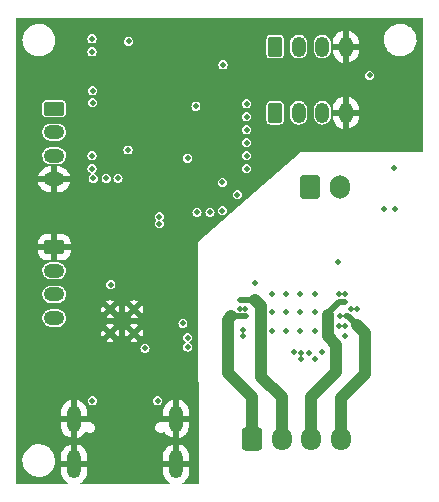
<source format=gbr>
%TF.GenerationSoftware,KiCad,Pcbnew,(6.0.7-1)-1*%
%TF.CreationDate,2022-09-14T15:44:29-04:00*%
%TF.ProjectId,phocuser,70686f63-7573-4657-922e-6b696361645f,rev?*%
%TF.SameCoordinates,Original*%
%TF.FileFunction,Copper,L3,Inr*%
%TF.FilePolarity,Positive*%
%FSLAX46Y46*%
G04 Gerber Fmt 4.6, Leading zero omitted, Abs format (unit mm)*
G04 Created by KiCad (PCBNEW (6.0.7-1)-1) date 2022-09-14 15:44:29*
%MOMM*%
%LPD*%
G01*
G04 APERTURE LIST*
G04 Aperture macros list*
%AMRoundRect*
0 Rectangle with rounded corners*
0 $1 Rounding radius*
0 $2 $3 $4 $5 $6 $7 $8 $9 X,Y pos of 4 corners*
0 Add a 4 corners polygon primitive as box body*
4,1,4,$2,$3,$4,$5,$6,$7,$8,$9,$2,$3,0*
0 Add four circle primitives for the rounded corners*
1,1,$1+$1,$2,$3*
1,1,$1+$1,$4,$5*
1,1,$1+$1,$6,$7*
1,1,$1+$1,$8,$9*
0 Add four rect primitives between the rounded corners*
20,1,$1+$1,$2,$3,$4,$5,0*
20,1,$1+$1,$4,$5,$6,$7,0*
20,1,$1+$1,$6,$7,$8,$9,0*
20,1,$1+$1,$8,$9,$2,$3,0*%
G04 Aperture macros list end*
%TA.AperFunction,ComponentPad*%
%ADD10RoundRect,0.250000X-0.600000X-0.725000X0.600000X-0.725000X0.600000X0.725000X-0.600000X0.725000X0*%
%TD*%
%TA.AperFunction,ComponentPad*%
%ADD11O,1.700000X1.950000*%
%TD*%
%TA.AperFunction,ComponentPad*%
%ADD12C,0.500000*%
%TD*%
%TA.AperFunction,ComponentPad*%
%ADD13RoundRect,0.250000X-0.600000X-0.750000X0.600000X-0.750000X0.600000X0.750000X-0.600000X0.750000X0*%
%TD*%
%TA.AperFunction,ComponentPad*%
%ADD14O,1.700000X2.000000*%
%TD*%
%TA.AperFunction,ComponentPad*%
%ADD15O,1.158000X2.316000*%
%TD*%
%TA.AperFunction,ComponentPad*%
%ADD16O,1.200000X2.400000*%
%TD*%
%TA.AperFunction,ComponentPad*%
%ADD17RoundRect,0.250000X-0.350000X-0.625000X0.350000X-0.625000X0.350000X0.625000X-0.350000X0.625000X0*%
%TD*%
%TA.AperFunction,ComponentPad*%
%ADD18O,1.200000X1.750000*%
%TD*%
%TA.AperFunction,ComponentPad*%
%ADD19RoundRect,0.250000X-0.625000X0.350000X-0.625000X-0.350000X0.625000X-0.350000X0.625000X0.350000X0*%
%TD*%
%TA.AperFunction,ComponentPad*%
%ADD20O,1.750000X1.200000*%
%TD*%
%TA.AperFunction,ViaPad*%
%ADD21C,0.508000*%
%TD*%
%TA.AperFunction,Conductor*%
%ADD22C,1.000000*%
%TD*%
%TA.AperFunction,Conductor*%
%ADD23C,0.500000*%
%TD*%
G04 APERTURE END LIST*
D10*
%TO.N,Net-(J1-Pad1)*%
%TO.C,J1*%
X185250000Y-101000000D03*
D11*
%TO.N,Net-(J1-Pad2)*%
X187750000Y-101000000D03*
%TO.N,Net-(J1-Pad3)*%
X190250000Y-101000000D03*
%TO.N,Net-(J1-Pad4)*%
X192750000Y-101000000D03*
%TD*%
D12*
%TO.N,GND*%
%TO.C,U2*%
X190550000Y-88700000D03*
X190550000Y-91800000D03*
X186950000Y-90250000D03*
X189350000Y-90250000D03*
X188150000Y-90250000D03*
X189350000Y-91800000D03*
X189350000Y-88700000D03*
X186950000Y-88700000D03*
X186950000Y-91800000D03*
X190550000Y-90250000D03*
X188150000Y-88700000D03*
X188150000Y-91800000D03*
%TD*%
D13*
%TO.N,+12V*%
%TO.C,J3*%
X190200000Y-79675000D03*
D14*
%TO.N,GND*%
X192700000Y-79675000D03*
%TD*%
D15*
%TO.N,GND*%
%TO.C,J4*%
X170180000Y-99275000D03*
X178820000Y-99275000D03*
D16*
X170180000Y-103100000D03*
X178820000Y-103100000D03*
%TD*%
D12*
%TO.N,GND*%
%TO.C,U3*%
X175250000Y-90000000D03*
X173250000Y-92000000D03*
X175250000Y-92000000D03*
X173250000Y-90000000D03*
%TD*%
D17*
%TO.N,VCC*%
%TO.C,J5*%
X187200000Y-67750000D03*
D18*
%TO.N,ACC0_A*%
X189200000Y-67750000D03*
%TO.N,ACC0_B*%
X191200000Y-67750000D03*
%TO.N,GND*%
X193200000Y-67750000D03*
%TD*%
D17*
%TO.N,VCC*%
%TO.C,J6*%
X187200000Y-73350000D03*
D18*
%TO.N,ACC1_A*%
X189200000Y-73350000D03*
%TO.N,ACC1_B*%
X191200000Y-73350000D03*
%TO.N,GND*%
X193200000Y-73350000D03*
%TD*%
D19*
%TO.N,GND*%
%TO.C,J7*%
X168510000Y-84740000D03*
D20*
%TO.N,Net-(J7-Pad2)*%
X168510000Y-86740000D03*
%TO.N,Net-(J7-Pad3)*%
X168510000Y-88740000D03*
%TO.N,Net-(C16-Pad1)*%
X168510000Y-90740000D03*
%TD*%
D19*
%TO.N,ACC2_A*%
%TO.C,J8*%
X168500000Y-73000000D03*
D20*
%TO.N,ACC2_B*%
X168500000Y-75000000D03*
%TO.N,ACC2_C*%
X168500000Y-77000000D03*
%TO.N,GND*%
X168500000Y-79000000D03*
%TD*%
D21*
%TO.N,ACC0_B*%
X171700000Y-67100000D03*
%TO.N,ACC0_A*%
X171700000Y-68200000D03*
%TO.N,/Vmeas*%
X195200000Y-70200000D03*
%TO.N,GND*%
X197300000Y-78000000D03*
%TO.N,+12V*%
X197400000Y-81500000D03*
%TO.N,GND*%
X196400000Y-81500000D03*
X179900000Y-78700000D03*
%TO.N,Net-(U1-Pad16)*%
X180600000Y-81800000D03*
%TO.N,Net-(U1-Pad15)*%
X181700000Y-81800000D03*
%TO.N,GND*%
X172000000Y-95100000D03*
X171200000Y-91000000D03*
X179800000Y-84750001D03*
X177200000Y-71000000D03*
X177100000Y-94300000D03*
X173900000Y-83500000D03*
X177100000Y-90800000D03*
X193100000Y-88700000D03*
X170500000Y-79900000D03*
X177200000Y-68500000D03*
X176000000Y-95100000D03*
X173000000Y-95100000D03*
X174600000Y-86500000D03*
X177200000Y-72300000D03*
X171600000Y-66000000D03*
X188800000Y-93600000D03*
X173100000Y-101600000D03*
X192600000Y-88700000D03*
X177000000Y-95100000D03*
X185500000Y-87800000D03*
X179600000Y-83550001D03*
X179100000Y-83550001D03*
X180500000Y-79200000D03*
X183000000Y-66000000D03*
X179800000Y-101100000D03*
X179000000Y-94900000D03*
X175900000Y-101600000D03*
%TO.N,Net-(C1-Pad1)*%
X190059890Y-93699281D03*
%TO.N,Net-(C2-Pad1)*%
X189425433Y-93706895D03*
X189400000Y-94200000D03*
%TO.N,Net-(C3-Pad2)*%
X191200000Y-93600000D03*
%TO.N,Net-(C3-Pad1)*%
X190600000Y-94200000D03*
%TO.N,Net-(C4-Pad1)*%
X194100000Y-90000000D03*
X193600000Y-90000000D03*
%TO.N,Net-(C5-Pad2)*%
X184697307Y-89967689D03*
X184197307Y-89967689D03*
%TO.N,Net-(C6-Pad2)*%
X193100000Y-92300000D03*
%TO.N,~{MOTOR_EN}*%
X179800000Y-93200000D03*
%TO.N,DIAG1*%
X179800000Y-92400000D03*
%TO.N,DIAG0*%
X179400000Y-91200000D03*
%TO.N,DIR*%
X184000000Y-80300000D03*
%TO.N,STEP*%
X184800000Y-78100000D03*
%TO.N,MISO*%
X184800000Y-77000000D03*
%TO.N,MOSI*%
X184800000Y-75900000D03*
%TO.N,SCLK*%
X184800000Y-74800000D03*
%TO.N,~{CS1}*%
X184800000Y-73700000D03*
%TO.N,TMCCLK*%
X184800000Y-72600000D03*
%TO.N,+12V*%
X192500000Y-86000000D03*
X184500000Y-92250000D03*
X184500000Y-91750000D03*
X193100000Y-91400000D03*
X192600000Y-91400000D03*
%TO.N,VCC*%
X180500000Y-72800000D03*
X182750000Y-79250000D03*
X182750000Y-81650000D03*
X177400000Y-82150001D03*
X179800000Y-77200000D03*
X177400000Y-82750001D03*
%TO.N,~{RESET}*%
X174800000Y-67300000D03*
X174750000Y-76500000D03*
%TO.N,SWDCLK*%
X171750000Y-72500000D03*
%TO.N,SWDIO*%
X171750000Y-71500000D03*
%TO.N,Net-(C11-Pad1)*%
X177250000Y-97750000D03*
X171734322Y-97750000D03*
%TO.N,Net-(C14-Pad2)*%
X173300000Y-87900000D03*
X176187500Y-93312500D03*
%TO.N,THERM0*%
X182800000Y-69300000D03*
%TO.N,TXD*%
X171700000Y-77000000D03*
%TO.N,RXD*%
X171700000Y-78100000D03*
%TO.N,Net-(R17-Pad2)*%
X171800000Y-78900000D03*
%TO.N,Net-(R18-Pad2)*%
X172900000Y-78900000D03*
%TO.N,Net-(R19-Pad2)*%
X173900000Y-78900000D03*
%TO.N,Net-(J1-Pad4)*%
X192700000Y-90600000D03*
X193200000Y-90600000D03*
%TO.N,Net-(J1-Pad3)*%
X193100000Y-89400000D03*
X192600000Y-89400000D03*
%TO.N,Net-(J1-Pad2)*%
X184200000Y-89200000D03*
X184700000Y-89200000D03*
%TO.N,Net-(J1-Pad1)*%
X184250000Y-90600000D03*
X184750000Y-90600000D03*
%TD*%
D22*
%TO.N,Net-(J1-Pad4)*%
X192750000Y-97550000D02*
X194800000Y-95500000D01*
X194800000Y-95500000D02*
X194800000Y-92000000D01*
D23*
X193200000Y-90600000D02*
X193400000Y-90600000D01*
D22*
X192750000Y-101000000D02*
X192750000Y-97550000D01*
X194800000Y-92000000D02*
X194100000Y-91300000D01*
D23*
X193400000Y-90600000D02*
X194100000Y-91300000D01*
%TO.N,Net-(J1-Pad3)*%
X192600000Y-89400000D02*
X193100000Y-89400000D01*
D22*
X192400000Y-93000000D02*
X191700000Y-92300000D01*
X191700000Y-92300000D02*
X191700000Y-90500000D01*
D23*
X192600000Y-89400000D02*
X191700000Y-90300000D01*
X191700000Y-90300000D02*
X191700000Y-90500000D01*
D22*
X190250000Y-101000000D02*
X190250000Y-97450000D01*
X192400000Y-95300000D02*
X192400000Y-93000000D01*
X190250000Y-97450000D02*
X192400000Y-95300000D01*
%TO.N,Net-(J1-Pad2)*%
X186000000Y-95700000D02*
X187750000Y-97450000D01*
D23*
X184200000Y-89200000D02*
X185500000Y-89200000D01*
D22*
X187750000Y-97450000D02*
X187750000Y-101000000D01*
X186000000Y-89700000D02*
X186000000Y-95700000D01*
X185500000Y-89200000D02*
X186000000Y-89700000D01*
%TO.N,Net-(J1-Pad1)*%
X183200000Y-90900000D02*
X183500000Y-90600000D01*
X185250000Y-101000000D02*
X185250000Y-97450000D01*
X183200000Y-95400000D02*
X183200000Y-90900000D01*
D23*
X184750000Y-90600000D02*
X183500000Y-90600000D01*
D22*
X185250000Y-97450000D02*
X183200000Y-95400000D01*
%TD*%
%TA.AperFunction,Conductor*%
%TO.N,GND*%
G36*
X199681548Y-65318452D02*
G01*
X199700000Y-65363000D01*
X199700000Y-76637000D01*
X199681548Y-76681548D01*
X199637000Y-76700000D01*
X189400000Y-76700000D01*
X189391392Y-76707520D01*
X189391391Y-76707520D01*
X185498779Y-80107963D01*
X180700000Y-84300000D01*
X180715257Y-87427681D01*
X180799691Y-104736693D01*
X180781457Y-104781330D01*
X180736692Y-104800000D01*
X179368452Y-104800000D01*
X179323904Y-104781548D01*
X179305452Y-104737000D01*
X179323904Y-104692452D01*
X179342377Y-104679650D01*
X179372107Y-104666133D01*
X179377278Y-104663159D01*
X179544840Y-104544299D01*
X179549355Y-104540401D01*
X179691414Y-104392004D01*
X179695112Y-104387322D01*
X179806549Y-104214738D01*
X179809295Y-104209440D01*
X179886085Y-104018900D01*
X179887779Y-104013180D01*
X179927294Y-103810836D01*
X179927839Y-103806353D01*
X179927963Y-103803803D01*
X179928000Y-103802297D01*
X179928000Y-103366533D01*
X179924329Y-103357671D01*
X179915467Y-103354000D01*
X177724533Y-103354000D01*
X177715671Y-103357671D01*
X177712000Y-103366533D01*
X177712000Y-103751319D01*
X177712143Y-103754326D01*
X177726756Y-103907487D01*
X177727885Y-103913348D01*
X177785713Y-104110465D01*
X177787933Y-104116017D01*
X177881994Y-104298648D01*
X177885213Y-104303662D01*
X178012117Y-104465218D01*
X178016233Y-104469539D01*
X178171389Y-104604177D01*
X178176250Y-104607645D01*
X178305587Y-104682468D01*
X178334907Y-104720747D01*
X178328571Y-104768548D01*
X178290292Y-104797868D01*
X178274039Y-104800000D01*
X170728452Y-104800000D01*
X170683904Y-104781548D01*
X170665452Y-104737000D01*
X170683904Y-104692452D01*
X170702377Y-104679650D01*
X170732107Y-104666133D01*
X170737278Y-104663159D01*
X170904840Y-104544299D01*
X170909355Y-104540401D01*
X171051414Y-104392004D01*
X171055112Y-104387322D01*
X171166549Y-104214738D01*
X171169295Y-104209440D01*
X171246085Y-104018900D01*
X171247779Y-104013180D01*
X171287294Y-103810836D01*
X171287839Y-103806353D01*
X171287963Y-103803803D01*
X171288000Y-103802297D01*
X171288000Y-103366533D01*
X171284329Y-103357671D01*
X171275467Y-103354000D01*
X169084533Y-103354000D01*
X169075671Y-103357671D01*
X169072000Y-103366533D01*
X169072000Y-103751319D01*
X169072143Y-103754326D01*
X169086756Y-103907487D01*
X169087885Y-103913348D01*
X169145713Y-104110465D01*
X169147933Y-104116017D01*
X169241994Y-104298648D01*
X169245213Y-104303662D01*
X169372117Y-104465218D01*
X169376233Y-104469539D01*
X169531389Y-104604177D01*
X169536250Y-104607645D01*
X169665587Y-104682468D01*
X169694907Y-104720747D01*
X169688571Y-104768548D01*
X169650292Y-104797868D01*
X169634039Y-104800000D01*
X165363000Y-104800000D01*
X165318452Y-104781548D01*
X165300000Y-104737000D01*
X165300000Y-102734734D01*
X165816047Y-102734734D01*
X165824836Y-102968849D01*
X165872946Y-103198135D01*
X165958999Y-103416038D01*
X166080537Y-103616326D01*
X166082283Y-103618338D01*
X166232340Y-103791264D01*
X166232344Y-103791268D01*
X166234084Y-103793273D01*
X166236139Y-103794958D01*
X166236140Y-103794959D01*
X166413187Y-103940129D01*
X166413193Y-103940133D01*
X166415249Y-103941819D01*
X166417563Y-103943136D01*
X166417567Y-103943139D01*
X166616535Y-104056399D01*
X166616540Y-104056401D01*
X166618853Y-104057718D01*
X166717132Y-104093391D01*
X166836562Y-104136743D01*
X166836567Y-104136744D01*
X166839073Y-104137654D01*
X166841694Y-104138128D01*
X166841698Y-104138129D01*
X167067583Y-104178975D01*
X167067587Y-104178975D01*
X167069614Y-104179342D01*
X167090980Y-104180350D01*
X167093447Y-104180466D01*
X167093449Y-104180466D01*
X167094169Y-104180500D01*
X167258820Y-104180500D01*
X167347562Y-104172970D01*
X167430783Y-104165909D01*
X167430788Y-104165908D01*
X167433441Y-104165683D01*
X167660206Y-104106827D01*
X167873813Y-104010604D01*
X168068154Y-103879766D01*
X168237671Y-103718054D01*
X168377519Y-103530093D01*
X168483697Y-103321255D01*
X168484488Y-103318709D01*
X168484490Y-103318703D01*
X168552379Y-103100066D01*
X168552380Y-103100061D01*
X168553171Y-103097514D01*
X168583953Y-102865266D01*
X168582759Y-102833467D01*
X169072000Y-102833467D01*
X169075671Y-102842329D01*
X169084533Y-102846000D01*
X169913467Y-102846000D01*
X169922329Y-102842329D01*
X169926000Y-102833467D01*
X170434000Y-102833467D01*
X170437671Y-102842329D01*
X170446533Y-102846000D01*
X171275467Y-102846000D01*
X171284329Y-102842329D01*
X171288000Y-102833467D01*
X177712000Y-102833467D01*
X177715671Y-102842329D01*
X177724533Y-102846000D01*
X178553467Y-102846000D01*
X178562329Y-102842329D01*
X178566000Y-102833467D01*
X179074000Y-102833467D01*
X179077671Y-102842329D01*
X179086533Y-102846000D01*
X179915467Y-102846000D01*
X179924329Y-102842329D01*
X179928000Y-102833467D01*
X179928000Y-102448681D01*
X179927857Y-102445674D01*
X179913244Y-102292513D01*
X179912115Y-102286652D01*
X179854287Y-102089535D01*
X179852067Y-102083983D01*
X179758006Y-101901352D01*
X179754787Y-101896338D01*
X179627883Y-101734782D01*
X179623767Y-101730461D01*
X179468611Y-101595823D01*
X179463750Y-101592355D01*
X179285929Y-101489483D01*
X179280510Y-101487002D01*
X179086446Y-101419612D01*
X179085258Y-101419322D01*
X179077106Y-101421393D01*
X179074000Y-101426614D01*
X179074000Y-102833467D01*
X178566000Y-102833467D01*
X178566000Y-101434016D01*
X178562329Y-101425154D01*
X178558077Y-101423392D01*
X178460547Y-101446897D01*
X178454900Y-101448841D01*
X178267889Y-101533870D01*
X178262722Y-101536841D01*
X178095160Y-101655701D01*
X178090645Y-101659599D01*
X177948586Y-101807996D01*
X177944888Y-101812678D01*
X177833451Y-101985262D01*
X177830705Y-101990560D01*
X177753915Y-102181100D01*
X177752221Y-102186820D01*
X177712706Y-102389164D01*
X177712161Y-102393647D01*
X177712037Y-102396197D01*
X177712000Y-102397703D01*
X177712000Y-102833467D01*
X171288000Y-102833467D01*
X171288000Y-102448681D01*
X171287857Y-102445674D01*
X171273244Y-102292513D01*
X171272115Y-102286652D01*
X171214287Y-102089535D01*
X171212067Y-102083983D01*
X171118006Y-101901352D01*
X171114787Y-101896338D01*
X170987883Y-101734782D01*
X170983767Y-101730461D01*
X170828611Y-101595823D01*
X170823750Y-101592355D01*
X170645929Y-101489483D01*
X170640510Y-101487002D01*
X170446446Y-101419612D01*
X170445258Y-101419322D01*
X170437106Y-101421393D01*
X170434000Y-101426614D01*
X170434000Y-102833467D01*
X169926000Y-102833467D01*
X169926000Y-101434016D01*
X169922329Y-101425154D01*
X169918077Y-101423392D01*
X169820547Y-101446897D01*
X169814900Y-101448841D01*
X169627889Y-101533870D01*
X169622722Y-101536841D01*
X169455160Y-101655701D01*
X169450645Y-101659599D01*
X169308586Y-101807996D01*
X169304888Y-101812678D01*
X169193451Y-101985262D01*
X169190705Y-101990560D01*
X169113915Y-102181100D01*
X169112221Y-102186820D01*
X169072706Y-102389164D01*
X169072161Y-102393647D01*
X169072037Y-102396197D01*
X169072000Y-102397703D01*
X169072000Y-102833467D01*
X168582759Y-102833467D01*
X168575164Y-102631151D01*
X168527054Y-102401865D01*
X168525411Y-102397703D01*
X168469618Y-102256426D01*
X168441001Y-102183962D01*
X168395744Y-102109380D01*
X168320846Y-101985953D01*
X168320846Y-101985952D01*
X168319463Y-101983674D01*
X168229592Y-101880107D01*
X168167660Y-101808736D01*
X168167656Y-101808732D01*
X168165916Y-101806727D01*
X168119884Y-101768983D01*
X167986813Y-101659871D01*
X167986807Y-101659867D01*
X167984751Y-101658181D01*
X167982437Y-101656864D01*
X167982433Y-101656861D01*
X167783465Y-101543601D01*
X167783460Y-101543599D01*
X167781147Y-101542282D01*
X167682868Y-101506609D01*
X167563438Y-101463257D01*
X167563433Y-101463256D01*
X167560927Y-101462346D01*
X167558306Y-101461872D01*
X167558302Y-101461871D01*
X167332417Y-101421025D01*
X167332413Y-101421025D01*
X167330386Y-101420658D01*
X167308206Y-101419612D01*
X167306553Y-101419534D01*
X167306551Y-101419534D01*
X167305831Y-101419500D01*
X167141180Y-101419500D01*
X167052438Y-101427030D01*
X166969217Y-101434091D01*
X166969212Y-101434092D01*
X166966559Y-101434317D01*
X166739794Y-101493173D01*
X166526187Y-101589396D01*
X166331846Y-101720234D01*
X166162329Y-101881946D01*
X166022481Y-102069907D01*
X165916303Y-102278745D01*
X165915512Y-102281291D01*
X165915510Y-102281297D01*
X165863536Y-102448681D01*
X165846829Y-102502486D01*
X165816047Y-102734734D01*
X165300000Y-102734734D01*
X165300000Y-99904314D01*
X169093000Y-99904314D01*
X169093143Y-99907321D01*
X169107471Y-100057498D01*
X169108600Y-100063359D01*
X169165300Y-100256631D01*
X169167520Y-100262183D01*
X169259746Y-100441251D01*
X169262965Y-100446265D01*
X169387394Y-100604670D01*
X169391510Y-100608991D01*
X169543639Y-100741003D01*
X169548504Y-100744472D01*
X169722851Y-100845334D01*
X169728273Y-100847817D01*
X169916217Y-100913082D01*
X169922895Y-100911386D01*
X169926000Y-100906167D01*
X169926000Y-100898382D01*
X170434000Y-100898382D01*
X170437671Y-100907244D01*
X170441923Y-100909006D01*
X170532581Y-100887157D01*
X170538237Y-100885209D01*
X170721584Y-100801847D01*
X170726770Y-100798866D01*
X170891056Y-100682329D01*
X170895571Y-100678431D01*
X171034859Y-100532929D01*
X171038557Y-100528247D01*
X171139725Y-100371565D01*
X171179391Y-100344150D01*
X171228469Y-100353913D01*
X171301793Y-100404590D01*
X171429521Y-100444985D01*
X171436064Y-100445500D01*
X171533470Y-100445500D01*
X171632475Y-100430615D01*
X171692247Y-100401913D01*
X171748992Y-100374665D01*
X171748995Y-100374663D01*
X171753237Y-100372626D01*
X171851609Y-100281692D01*
X171876443Y-100238938D01*
X171916530Y-100169922D01*
X171918894Y-100165852D01*
X171949143Y-100035348D01*
X171944138Y-99964652D01*
X177050857Y-99964652D01*
X177060318Y-100098281D01*
X177108654Y-100223220D01*
X177114801Y-100231017D01*
X177188675Y-100324727D01*
X177188677Y-100324729D01*
X177191590Y-100328424D01*
X177195465Y-100331102D01*
X177297919Y-100401913D01*
X177297921Y-100401914D01*
X177301793Y-100404590D01*
X177429521Y-100444985D01*
X177436064Y-100445500D01*
X177533470Y-100445500D01*
X177632475Y-100430615D01*
X177692247Y-100401913D01*
X177748992Y-100374665D01*
X177748995Y-100374663D01*
X177753237Y-100372626D01*
X177756698Y-100369427D01*
X177767711Y-100359247D01*
X177812949Y-100342559D01*
X177856737Y-100362747D01*
X177866482Y-100376664D01*
X177899746Y-100441251D01*
X177902965Y-100446265D01*
X178027394Y-100604670D01*
X178031510Y-100608991D01*
X178183639Y-100741003D01*
X178188504Y-100744472D01*
X178362851Y-100845334D01*
X178368273Y-100847817D01*
X178556217Y-100913082D01*
X178562895Y-100911386D01*
X178566000Y-100906167D01*
X178566000Y-100898382D01*
X179074000Y-100898382D01*
X179077671Y-100907244D01*
X179081923Y-100909006D01*
X179172581Y-100887157D01*
X179178237Y-100885209D01*
X179361584Y-100801847D01*
X179366770Y-100798866D01*
X179531056Y-100682329D01*
X179535571Y-100678431D01*
X179674859Y-100532929D01*
X179678557Y-100528247D01*
X179787820Y-100359029D01*
X179790566Y-100353731D01*
X179865857Y-100166909D01*
X179867551Y-100161189D01*
X179906299Y-99962777D01*
X179906844Y-99958294D01*
X179906963Y-99955846D01*
X179907000Y-99954340D01*
X179907000Y-99541533D01*
X179903329Y-99532671D01*
X179894467Y-99529000D01*
X179086533Y-99529000D01*
X179077671Y-99532671D01*
X179074000Y-99541533D01*
X179074000Y-100898382D01*
X178566000Y-100898382D01*
X178566000Y-99541533D01*
X178562329Y-99532671D01*
X178553467Y-99529000D01*
X177745533Y-99529000D01*
X177736670Y-99532671D01*
X177731350Y-99545516D01*
X177697255Y-99579612D01*
X177654148Y-99581476D01*
X177570479Y-99555015D01*
X177563936Y-99554500D01*
X177466530Y-99554500D01*
X177367525Y-99569385D01*
X177363281Y-99571423D01*
X177251008Y-99625335D01*
X177251005Y-99625337D01*
X177246763Y-99627374D01*
X177148391Y-99718308D01*
X177081106Y-99834148D01*
X177050857Y-99964652D01*
X171944138Y-99964652D01*
X171939682Y-99901719D01*
X171891346Y-99776780D01*
X171848461Y-99722381D01*
X171811325Y-99675273D01*
X171811323Y-99675271D01*
X171808410Y-99671576D01*
X171741505Y-99625335D01*
X171702081Y-99598087D01*
X171702079Y-99598086D01*
X171698207Y-99595410D01*
X171570479Y-99555015D01*
X171563936Y-99554500D01*
X171466530Y-99554500D01*
X171367525Y-99569385D01*
X171363280Y-99571423D01*
X171363278Y-99571424D01*
X171353305Y-99576213D01*
X171305159Y-99578863D01*
X171267829Y-99543531D01*
X171263331Y-99532671D01*
X171254467Y-99529000D01*
X170446533Y-99529000D01*
X170437671Y-99532671D01*
X170434000Y-99541533D01*
X170434000Y-100898382D01*
X169926000Y-100898382D01*
X169926000Y-99541533D01*
X169922329Y-99532671D01*
X169913467Y-99529000D01*
X169105533Y-99529000D01*
X169096671Y-99532671D01*
X169093000Y-99541533D01*
X169093000Y-99904314D01*
X165300000Y-99904314D01*
X165300000Y-99008467D01*
X169093000Y-99008467D01*
X169096671Y-99017329D01*
X169105533Y-99021000D01*
X169913467Y-99021000D01*
X169922329Y-99017329D01*
X169926000Y-99008467D01*
X170434000Y-99008467D01*
X170437671Y-99017329D01*
X170446533Y-99021000D01*
X171254467Y-99021000D01*
X171263329Y-99017329D01*
X171267000Y-99008467D01*
X177733000Y-99008467D01*
X177736671Y-99017329D01*
X177745533Y-99021000D01*
X178553467Y-99021000D01*
X178562329Y-99017329D01*
X178566000Y-99008467D01*
X179074000Y-99008467D01*
X179077671Y-99017329D01*
X179086533Y-99021000D01*
X179894467Y-99021000D01*
X179903329Y-99017329D01*
X179907000Y-99008467D01*
X179907000Y-98645686D01*
X179906857Y-98642679D01*
X179892529Y-98492502D01*
X179891400Y-98486641D01*
X179834700Y-98293369D01*
X179832480Y-98287817D01*
X179740254Y-98108749D01*
X179737035Y-98103735D01*
X179612606Y-97945330D01*
X179608490Y-97941009D01*
X179456361Y-97808997D01*
X179451496Y-97805528D01*
X179277149Y-97704666D01*
X179271727Y-97702183D01*
X179083783Y-97636918D01*
X179077105Y-97638614D01*
X179074000Y-97643833D01*
X179074000Y-99008467D01*
X178566000Y-99008467D01*
X178566000Y-97651618D01*
X178562329Y-97642756D01*
X178558077Y-97640994D01*
X178467419Y-97662843D01*
X178461763Y-97664791D01*
X178278416Y-97748153D01*
X178273230Y-97751134D01*
X178108944Y-97867671D01*
X178104429Y-97871569D01*
X177965141Y-98017071D01*
X177961443Y-98021753D01*
X177852180Y-98190971D01*
X177849434Y-98196269D01*
X177774143Y-98383091D01*
X177772449Y-98388811D01*
X177733701Y-98587223D01*
X177733156Y-98591706D01*
X177733037Y-98594154D01*
X177733000Y-98595660D01*
X177733000Y-99008467D01*
X171267000Y-99008467D01*
X171267000Y-98645686D01*
X171266857Y-98642679D01*
X171252529Y-98492502D01*
X171251400Y-98486641D01*
X171194700Y-98293369D01*
X171192480Y-98287817D01*
X171100254Y-98108749D01*
X171097035Y-98103735D01*
X170972606Y-97945330D01*
X170968490Y-97941009D01*
X170816361Y-97808997D01*
X170811496Y-97805528D01*
X170715512Y-97750000D01*
X171345029Y-97750000D01*
X171364082Y-97870298D01*
X171419377Y-97978821D01*
X171505501Y-98064945D01*
X171614024Y-98120240D01*
X171734322Y-98139293D01*
X171854620Y-98120240D01*
X171963143Y-98064945D01*
X172049267Y-97978821D01*
X172104562Y-97870298D01*
X172123615Y-97750000D01*
X176860707Y-97750000D01*
X176879760Y-97870298D01*
X176935055Y-97978821D01*
X177021179Y-98064945D01*
X177129702Y-98120240D01*
X177250000Y-98139293D01*
X177370298Y-98120240D01*
X177478821Y-98064945D01*
X177564945Y-97978821D01*
X177620240Y-97870298D01*
X177639293Y-97750000D01*
X177620240Y-97629702D01*
X177564945Y-97521179D01*
X177478821Y-97435055D01*
X177370298Y-97379760D01*
X177250000Y-97360707D01*
X177129702Y-97379760D01*
X177021179Y-97435055D01*
X176935055Y-97521179D01*
X176879760Y-97629702D01*
X176860707Y-97750000D01*
X172123615Y-97750000D01*
X172104562Y-97629702D01*
X172049267Y-97521179D01*
X171963143Y-97435055D01*
X171854620Y-97379760D01*
X171734322Y-97360707D01*
X171614024Y-97379760D01*
X171505501Y-97435055D01*
X171419377Y-97521179D01*
X171364082Y-97629702D01*
X171345029Y-97750000D01*
X170715512Y-97750000D01*
X170637149Y-97704666D01*
X170631727Y-97702183D01*
X170443783Y-97636918D01*
X170437105Y-97638614D01*
X170434000Y-97643833D01*
X170434000Y-99008467D01*
X169926000Y-99008467D01*
X169926000Y-97651618D01*
X169922329Y-97642756D01*
X169918077Y-97640994D01*
X169827419Y-97662843D01*
X169821763Y-97664791D01*
X169638416Y-97748153D01*
X169633230Y-97751134D01*
X169468944Y-97867671D01*
X169464429Y-97871569D01*
X169325141Y-98017071D01*
X169321443Y-98021753D01*
X169212180Y-98190971D01*
X169209434Y-98196269D01*
X169134143Y-98383091D01*
X169132449Y-98388811D01*
X169093701Y-98587223D01*
X169093156Y-98591706D01*
X169093037Y-98594154D01*
X169093000Y-98595660D01*
X169093000Y-99008467D01*
X165300000Y-99008467D01*
X165300000Y-93312500D01*
X175798207Y-93312500D01*
X175817260Y-93432798D01*
X175872555Y-93541321D01*
X175958679Y-93627445D01*
X176067202Y-93682740D01*
X176187500Y-93701793D01*
X176307798Y-93682740D01*
X176416321Y-93627445D01*
X176502445Y-93541321D01*
X176557740Y-93432798D01*
X176576793Y-93312500D01*
X176558975Y-93200000D01*
X179410707Y-93200000D01*
X179429760Y-93320298D01*
X179485055Y-93428821D01*
X179571179Y-93514945D01*
X179679702Y-93570240D01*
X179800000Y-93589293D01*
X179920298Y-93570240D01*
X180028821Y-93514945D01*
X180114945Y-93428821D01*
X180170240Y-93320298D01*
X180189293Y-93200000D01*
X180170240Y-93079702D01*
X180114945Y-92971179D01*
X180028821Y-92885055D01*
X179972058Y-92856133D01*
X179940742Y-92819468D01*
X179944526Y-92771399D01*
X179972058Y-92743867D01*
X180024401Y-92717197D01*
X180028821Y-92714945D01*
X180114945Y-92628821D01*
X180170240Y-92520298D01*
X180189293Y-92400000D01*
X180170240Y-92279702D01*
X180114945Y-92171179D01*
X180028821Y-92085055D01*
X179920298Y-92029760D01*
X179800000Y-92010707D01*
X179679702Y-92029760D01*
X179571179Y-92085055D01*
X179485055Y-92171179D01*
X179429760Y-92279702D01*
X179410707Y-92400000D01*
X179429760Y-92520298D01*
X179485055Y-92628821D01*
X179571179Y-92714945D01*
X179575599Y-92717197D01*
X179627942Y-92743867D01*
X179659258Y-92780532D01*
X179655474Y-92828601D01*
X179627942Y-92856133D01*
X179571179Y-92885055D01*
X179485055Y-92971179D01*
X179429760Y-93079702D01*
X179410707Y-93200000D01*
X176558975Y-93200000D01*
X176557740Y-93192202D01*
X176502445Y-93083679D01*
X176416321Y-92997555D01*
X176307798Y-92942260D01*
X176187500Y-92923207D01*
X176067202Y-92942260D01*
X175958679Y-92997555D01*
X175872555Y-93083679D01*
X175817260Y-93192202D01*
X175798207Y-93312500D01*
X165300000Y-93312500D01*
X165300000Y-92685366D01*
X172923378Y-92685366D01*
X172924289Y-92687566D01*
X172924548Y-92687732D01*
X173062167Y-92738912D01*
X173068948Y-92740603D01*
X173230539Y-92762164D01*
X173237528Y-92762310D01*
X173399880Y-92747535D01*
X173406724Y-92746130D01*
X173561766Y-92695754D01*
X173568139Y-92692863D01*
X173570640Y-92691372D01*
X173575117Y-92685366D01*
X174923378Y-92685366D01*
X174924289Y-92687566D01*
X174924548Y-92687732D01*
X175062167Y-92738912D01*
X175068948Y-92740603D01*
X175230539Y-92762164D01*
X175237528Y-92762310D01*
X175399880Y-92747535D01*
X175406724Y-92746130D01*
X175561766Y-92695754D01*
X175568139Y-92692863D01*
X175570640Y-92691372D01*
X175576371Y-92683683D01*
X175575729Y-92679282D01*
X175258862Y-92362415D01*
X175250000Y-92358744D01*
X175241138Y-92362415D01*
X174927049Y-92676504D01*
X174923378Y-92685366D01*
X173575117Y-92685366D01*
X173576371Y-92683683D01*
X173575729Y-92679282D01*
X173258862Y-92362415D01*
X173250000Y-92358744D01*
X173241138Y-92362415D01*
X172927049Y-92676504D01*
X172923378Y-92685366D01*
X165300000Y-92685366D01*
X165300000Y-91992859D01*
X172487622Y-91992859D01*
X172503529Y-92155090D01*
X172504984Y-92161935D01*
X172556438Y-92316611D01*
X172558624Y-92321342D01*
X172565934Y-92326711D01*
X172570423Y-92326024D01*
X172887585Y-92008862D01*
X172891256Y-92000000D01*
X173608744Y-92000000D01*
X173612415Y-92008862D01*
X173926128Y-92322575D01*
X173934990Y-92326246D01*
X173937302Y-92325288D01*
X173937360Y-92325198D01*
X173987579Y-92192995D01*
X173989322Y-92186209D01*
X174012225Y-92023251D01*
X174012526Y-92019327D01*
X174012768Y-92001986D01*
X174012574Y-91998022D01*
X174011995Y-91992859D01*
X174487622Y-91992859D01*
X174503529Y-92155090D01*
X174504984Y-92161935D01*
X174556438Y-92316611D01*
X174558624Y-92321342D01*
X174565934Y-92326711D01*
X174570423Y-92326024D01*
X174887585Y-92008862D01*
X174891256Y-92000000D01*
X175608744Y-92000000D01*
X175612415Y-92008862D01*
X175926128Y-92322575D01*
X175934990Y-92326246D01*
X175937302Y-92325288D01*
X175937360Y-92325198D01*
X175987579Y-92192995D01*
X175989322Y-92186209D01*
X176012225Y-92023251D01*
X176012526Y-92019327D01*
X176012768Y-92001986D01*
X176012574Y-91998022D01*
X175994233Y-91834505D01*
X175992682Y-91827679D01*
X175939889Y-91676080D01*
X175934912Y-91672530D01*
X175930240Y-91673313D01*
X175612415Y-91991138D01*
X175608744Y-92000000D01*
X174891256Y-92000000D01*
X174887585Y-91991138D01*
X174573089Y-91676642D01*
X174564227Y-91672971D01*
X174562139Y-91673836D01*
X174561868Y-91674262D01*
X174509796Y-91817327D01*
X174508150Y-91824130D01*
X174487720Y-91985852D01*
X174487622Y-91992859D01*
X174011995Y-91992859D01*
X173994233Y-91834505D01*
X173992682Y-91827679D01*
X173939889Y-91676080D01*
X173934912Y-91672530D01*
X173930240Y-91673313D01*
X173612415Y-91991138D01*
X173608744Y-92000000D01*
X172891256Y-92000000D01*
X172887585Y-91991138D01*
X172573089Y-91676642D01*
X172564227Y-91672971D01*
X172562139Y-91673836D01*
X172561868Y-91674262D01*
X172509796Y-91817327D01*
X172508150Y-91824130D01*
X172487720Y-91985852D01*
X172487622Y-91992859D01*
X165300000Y-91992859D01*
X165300000Y-90779774D01*
X167500603Y-90779774D01*
X167529450Y-90947655D01*
X167542268Y-90977779D01*
X167587724Y-91084605D01*
X167596145Y-91104396D01*
X167598313Y-91107342D01*
X167694201Y-91237639D01*
X167697109Y-91241591D01*
X167699895Y-91243958D01*
X167699898Y-91243961D01*
X167784132Y-91315523D01*
X167826927Y-91351880D01*
X167830189Y-91353546D01*
X167830191Y-91353547D01*
X167881527Y-91379760D01*
X167978635Y-91429346D01*
X167990818Y-91432327D01*
X168141370Y-91469167D01*
X168141376Y-91469168D01*
X168144094Y-91469833D01*
X168146893Y-91470007D01*
X168146895Y-91470007D01*
X168153859Y-91470439D01*
X168153865Y-91470439D01*
X168154845Y-91470500D01*
X168827655Y-91470500D01*
X168829472Y-91470288D01*
X168829475Y-91470288D01*
X168950559Y-91456171D01*
X168950560Y-91456171D01*
X168954195Y-91455747D01*
X168957634Y-91454499D01*
X168957637Y-91454498D01*
X169040551Y-91424401D01*
X169114315Y-91397626D01*
X169117377Y-91395619D01*
X169117380Y-91395617D01*
X169187707Y-91349508D01*
X169239543Y-91315523D01*
X172922922Y-91315523D01*
X172923656Y-91320103D01*
X173241138Y-91637585D01*
X173250000Y-91641256D01*
X173258862Y-91637585D01*
X173573797Y-91322650D01*
X173576749Y-91315523D01*
X174922922Y-91315523D01*
X174923656Y-91320103D01*
X175241138Y-91637585D01*
X175250000Y-91641256D01*
X175258862Y-91637585D01*
X175573797Y-91322650D01*
X175577468Y-91313788D01*
X175576650Y-91311813D01*
X175576054Y-91311436D01*
X175427504Y-91258540D01*
X175420686Y-91256941D01*
X175258817Y-91237639D01*
X175251827Y-91237591D01*
X175089699Y-91254630D01*
X175082871Y-91256132D01*
X174928549Y-91308668D01*
X174927542Y-91309142D01*
X174922922Y-91315523D01*
X173576749Y-91315523D01*
X173577468Y-91313788D01*
X173576650Y-91311813D01*
X173576054Y-91311436D01*
X173427504Y-91258540D01*
X173420686Y-91256941D01*
X173258817Y-91237639D01*
X173251827Y-91237591D01*
X173089699Y-91254630D01*
X173082871Y-91256132D01*
X172928549Y-91308668D01*
X172927542Y-91309142D01*
X172922922Y-91315523D01*
X169239543Y-91315523D01*
X169256769Y-91304229D01*
X169283351Y-91276169D01*
X169355506Y-91200000D01*
X179010707Y-91200000D01*
X179029760Y-91320298D01*
X179085055Y-91428821D01*
X179171179Y-91514945D01*
X179279702Y-91570240D01*
X179400000Y-91589293D01*
X179520298Y-91570240D01*
X179628821Y-91514945D01*
X179714945Y-91428821D01*
X179770240Y-91320298D01*
X179789293Y-91200000D01*
X179770240Y-91079702D01*
X179714945Y-90971179D01*
X179628821Y-90885055D01*
X179520298Y-90829760D01*
X179400000Y-90810707D01*
X179279702Y-90829760D01*
X179171179Y-90885055D01*
X179085055Y-90971179D01*
X179029760Y-91079702D01*
X179010707Y-91200000D01*
X169355506Y-91200000D01*
X169371397Y-91183225D01*
X169373916Y-91180566D01*
X169379369Y-91171179D01*
X169416448Y-91107342D01*
X169459473Y-91033269D01*
X169508849Y-90870241D01*
X169510082Y-90850376D01*
X169518003Y-90722698D01*
X169519397Y-90700226D01*
X169516844Y-90685366D01*
X172923378Y-90685366D01*
X172924289Y-90687566D01*
X172924548Y-90687732D01*
X173062167Y-90738912D01*
X173068948Y-90740603D01*
X173230539Y-90762164D01*
X173237528Y-90762310D01*
X173399880Y-90747535D01*
X173406724Y-90746130D01*
X173561766Y-90695754D01*
X173568139Y-90692863D01*
X173570640Y-90691372D01*
X173575117Y-90685366D01*
X174923378Y-90685366D01*
X174924289Y-90687566D01*
X174924548Y-90687732D01*
X175062167Y-90738912D01*
X175068948Y-90740603D01*
X175230539Y-90762164D01*
X175237528Y-90762310D01*
X175399880Y-90747535D01*
X175406724Y-90746130D01*
X175561766Y-90695754D01*
X175568139Y-90692863D01*
X175570640Y-90691372D01*
X175576371Y-90683683D01*
X175575729Y-90679282D01*
X175258862Y-90362415D01*
X175250000Y-90358744D01*
X175241138Y-90362415D01*
X174927049Y-90676504D01*
X174923378Y-90685366D01*
X173575117Y-90685366D01*
X173576371Y-90683683D01*
X173575729Y-90679282D01*
X173258862Y-90362415D01*
X173250000Y-90358744D01*
X173241138Y-90362415D01*
X172927049Y-90676504D01*
X172923378Y-90685366D01*
X169516844Y-90685366D01*
X169516555Y-90683683D01*
X169506009Y-90622313D01*
X169490550Y-90532345D01*
X169452397Y-90442681D01*
X169425288Y-90378971D01*
X169425287Y-90378969D01*
X169423855Y-90375604D01*
X169386827Y-90325288D01*
X169325060Y-90241356D01*
X169325059Y-90241355D01*
X169322891Y-90238409D01*
X169320105Y-90236042D01*
X169320102Y-90236039D01*
X169195865Y-90130492D01*
X169193073Y-90128120D01*
X169189811Y-90126454D01*
X169189809Y-90126453D01*
X169101037Y-90081124D01*
X169041365Y-90050654D01*
X169002457Y-90041133D01*
X168878630Y-90010833D01*
X168878624Y-90010832D01*
X168875906Y-90010167D01*
X168873107Y-90009993D01*
X168873105Y-90009993D01*
X168866141Y-90009561D01*
X168866135Y-90009561D01*
X168865155Y-90009500D01*
X168192345Y-90009500D01*
X168190528Y-90009712D01*
X168190525Y-90009712D01*
X168069441Y-90023829D01*
X168069440Y-90023829D01*
X168065805Y-90024253D01*
X168062366Y-90025501D01*
X168062363Y-90025502D01*
X167995466Y-90049785D01*
X167905685Y-90082374D01*
X167902623Y-90084381D01*
X167902620Y-90084383D01*
X167847841Y-90120298D01*
X167763231Y-90175771D01*
X167760711Y-90178431D01*
X167760710Y-90178432D01*
X167743585Y-90196510D01*
X167646084Y-90299434D01*
X167560527Y-90446731D01*
X167511151Y-90609759D01*
X167510925Y-90613407D01*
X167510924Y-90613411D01*
X167504458Y-90717633D01*
X167500603Y-90779774D01*
X165300000Y-90779774D01*
X165300000Y-89992859D01*
X172487622Y-89992859D01*
X172503529Y-90155090D01*
X172504984Y-90161935D01*
X172556438Y-90316611D01*
X172558624Y-90321342D01*
X172565934Y-90326711D01*
X172570423Y-90326024D01*
X172887585Y-90008862D01*
X172891256Y-90000000D01*
X173608744Y-90000000D01*
X173612415Y-90008862D01*
X173926128Y-90322575D01*
X173934990Y-90326246D01*
X173937302Y-90325288D01*
X173937360Y-90325198D01*
X173987579Y-90192995D01*
X173989322Y-90186209D01*
X174012225Y-90023251D01*
X174012526Y-90019327D01*
X174012768Y-90001986D01*
X174012574Y-89998022D01*
X174011995Y-89992859D01*
X174487622Y-89992859D01*
X174503529Y-90155090D01*
X174504984Y-90161935D01*
X174556438Y-90316611D01*
X174558624Y-90321342D01*
X174565934Y-90326711D01*
X174570423Y-90326024D01*
X174887585Y-90008862D01*
X174891256Y-90000000D01*
X175608744Y-90000000D01*
X175612415Y-90008862D01*
X175926128Y-90322575D01*
X175934990Y-90326246D01*
X175937302Y-90325288D01*
X175937360Y-90325198D01*
X175987579Y-90192995D01*
X175989322Y-90186209D01*
X176012225Y-90023251D01*
X176012526Y-90019327D01*
X176012768Y-90001986D01*
X176012574Y-89998022D01*
X175994233Y-89834505D01*
X175992682Y-89827679D01*
X175939889Y-89676080D01*
X175934912Y-89672530D01*
X175930240Y-89673313D01*
X175612415Y-89991138D01*
X175608744Y-90000000D01*
X174891256Y-90000000D01*
X174887585Y-89991138D01*
X174573089Y-89676642D01*
X174564227Y-89672971D01*
X174562139Y-89673836D01*
X174561868Y-89674262D01*
X174509796Y-89817327D01*
X174508150Y-89824130D01*
X174487720Y-89985852D01*
X174487622Y-89992859D01*
X174011995Y-89992859D01*
X173994233Y-89834505D01*
X173992682Y-89827679D01*
X173939889Y-89676080D01*
X173934912Y-89672530D01*
X173930240Y-89673313D01*
X173612415Y-89991138D01*
X173608744Y-90000000D01*
X172891256Y-90000000D01*
X172887585Y-89991138D01*
X172573089Y-89676642D01*
X172564227Y-89672971D01*
X172562139Y-89673836D01*
X172561868Y-89674262D01*
X172509796Y-89817327D01*
X172508150Y-89824130D01*
X172487720Y-89985852D01*
X172487622Y-89992859D01*
X165300000Y-89992859D01*
X165300000Y-88779774D01*
X167500603Y-88779774D01*
X167529450Y-88947655D01*
X167530885Y-88951027D01*
X167564387Y-89029760D01*
X167596145Y-89104396D01*
X167598313Y-89107342D01*
X167694201Y-89237639D01*
X167697109Y-89241591D01*
X167699895Y-89243958D01*
X167699898Y-89243961D01*
X167779765Y-89311813D01*
X167826927Y-89351880D01*
X167830189Y-89353546D01*
X167830191Y-89353547D01*
X167898233Y-89388291D01*
X167978635Y-89429346D01*
X168017543Y-89438867D01*
X168141370Y-89469167D01*
X168141376Y-89469168D01*
X168144094Y-89469833D01*
X168146893Y-89470007D01*
X168146895Y-89470007D01*
X168153859Y-89470439D01*
X168153865Y-89470439D01*
X168154845Y-89470500D01*
X168827655Y-89470500D01*
X168829472Y-89470288D01*
X168829475Y-89470288D01*
X168950559Y-89456171D01*
X168950560Y-89456171D01*
X168954195Y-89455747D01*
X168957634Y-89454499D01*
X168957637Y-89454498D01*
X169031515Y-89427681D01*
X169114315Y-89397626D01*
X169117377Y-89395619D01*
X169117380Y-89395617D01*
X169228672Y-89322650D01*
X169239543Y-89315523D01*
X172922922Y-89315523D01*
X172923656Y-89320103D01*
X173241138Y-89637585D01*
X173250000Y-89641256D01*
X173258862Y-89637585D01*
X173573797Y-89322650D01*
X173576749Y-89315523D01*
X174922922Y-89315523D01*
X174923656Y-89320103D01*
X175241138Y-89637585D01*
X175250000Y-89641256D01*
X175258862Y-89637585D01*
X175573797Y-89322650D01*
X175577468Y-89313788D01*
X175576650Y-89311813D01*
X175576054Y-89311436D01*
X175427504Y-89258540D01*
X175420686Y-89256941D01*
X175258817Y-89237639D01*
X175251827Y-89237591D01*
X175089699Y-89254630D01*
X175082871Y-89256132D01*
X174928549Y-89308668D01*
X174927542Y-89309142D01*
X174922922Y-89315523D01*
X173576749Y-89315523D01*
X173577468Y-89313788D01*
X173576650Y-89311813D01*
X173576054Y-89311436D01*
X173427504Y-89258540D01*
X173420686Y-89256941D01*
X173258817Y-89237639D01*
X173251827Y-89237591D01*
X173089699Y-89254630D01*
X173082871Y-89256132D01*
X172928549Y-89308668D01*
X172927542Y-89309142D01*
X172922922Y-89315523D01*
X169239543Y-89315523D01*
X169256769Y-89304229D01*
X169373916Y-89180566D01*
X169379369Y-89171179D01*
X169429393Y-89085055D01*
X169459473Y-89033269D01*
X169508849Y-88870241D01*
X169514689Y-88776119D01*
X169519170Y-88703881D01*
X169519397Y-88700226D01*
X169490550Y-88532345D01*
X169423855Y-88375604D01*
X169367800Y-88299434D01*
X169325060Y-88241356D01*
X169325059Y-88241355D01*
X169322891Y-88238409D01*
X169320105Y-88236042D01*
X169320102Y-88236039D01*
X169195865Y-88130492D01*
X169193073Y-88128120D01*
X169189811Y-88126454D01*
X169189809Y-88126453D01*
X169101037Y-88081124D01*
X169041365Y-88050654D01*
X169002457Y-88041133D01*
X168878630Y-88010833D01*
X168878624Y-88010832D01*
X168875906Y-88010167D01*
X168873107Y-88009993D01*
X168873105Y-88009993D01*
X168866141Y-88009561D01*
X168866135Y-88009561D01*
X168865155Y-88009500D01*
X168192345Y-88009500D01*
X168190528Y-88009712D01*
X168190525Y-88009712D01*
X168069441Y-88023829D01*
X168069440Y-88023829D01*
X168065805Y-88024253D01*
X168062366Y-88025501D01*
X168062363Y-88025502D01*
X167995466Y-88049785D01*
X167905685Y-88082374D01*
X167902623Y-88084381D01*
X167902620Y-88084383D01*
X167841583Y-88124401D01*
X167763231Y-88175771D01*
X167646084Y-88299434D01*
X167560527Y-88446731D01*
X167511151Y-88609759D01*
X167510925Y-88613407D01*
X167510924Y-88613411D01*
X167504458Y-88717633D01*
X167500603Y-88779774D01*
X165300000Y-88779774D01*
X165300000Y-87900000D01*
X172910707Y-87900000D01*
X172929760Y-88020298D01*
X172985055Y-88128821D01*
X173071179Y-88214945D01*
X173179702Y-88270240D01*
X173300000Y-88289293D01*
X173420298Y-88270240D01*
X173528821Y-88214945D01*
X173614945Y-88128821D01*
X173670240Y-88020298D01*
X173689293Y-87900000D01*
X173670240Y-87779702D01*
X173614945Y-87671179D01*
X173528821Y-87585055D01*
X173420298Y-87529760D01*
X173300000Y-87510707D01*
X173179702Y-87529760D01*
X173071179Y-87585055D01*
X172985055Y-87671179D01*
X172929760Y-87779702D01*
X172910707Y-87900000D01*
X165300000Y-87900000D01*
X165300000Y-86779774D01*
X167500603Y-86779774D01*
X167529450Y-86947655D01*
X167596145Y-87104396D01*
X167598313Y-87107342D01*
X167654157Y-87183225D01*
X167697109Y-87241591D01*
X167699895Y-87243958D01*
X167699898Y-87243961D01*
X167767706Y-87301568D01*
X167826927Y-87351880D01*
X167830189Y-87353546D01*
X167830191Y-87353547D01*
X167898233Y-87388291D01*
X167978635Y-87429346D01*
X168017543Y-87438867D01*
X168141370Y-87469167D01*
X168141376Y-87469168D01*
X168144094Y-87469833D01*
X168146893Y-87470007D01*
X168146895Y-87470007D01*
X168153859Y-87470439D01*
X168153865Y-87470439D01*
X168154845Y-87470500D01*
X168827655Y-87470500D01*
X168829472Y-87470288D01*
X168829475Y-87470288D01*
X168950559Y-87456171D01*
X168950560Y-87456171D01*
X168954195Y-87455747D01*
X168957634Y-87454499D01*
X168957637Y-87454498D01*
X169031515Y-87427681D01*
X169114315Y-87397626D01*
X169117377Y-87395619D01*
X169117380Y-87395617D01*
X169187707Y-87349508D01*
X169256769Y-87304229D01*
X169373916Y-87180566D01*
X169459473Y-87033269D01*
X169508849Y-86870241D01*
X169514689Y-86776119D01*
X169519170Y-86703881D01*
X169519397Y-86700226D01*
X169490550Y-86532345D01*
X169423855Y-86375604D01*
X169367800Y-86299434D01*
X169325060Y-86241356D01*
X169325059Y-86241355D01*
X169322891Y-86238409D01*
X169320105Y-86236042D01*
X169320102Y-86236039D01*
X169195865Y-86130492D01*
X169193073Y-86128120D01*
X169189811Y-86126454D01*
X169189809Y-86126453D01*
X169101037Y-86081124D01*
X169041365Y-86050654D01*
X169002457Y-86041133D01*
X168878630Y-86010833D01*
X168878624Y-86010832D01*
X168875906Y-86010167D01*
X168873107Y-86009993D01*
X168873105Y-86009993D01*
X168866141Y-86009561D01*
X168866135Y-86009561D01*
X168865155Y-86009500D01*
X168192345Y-86009500D01*
X168190528Y-86009712D01*
X168190525Y-86009712D01*
X168069441Y-86023829D01*
X168069440Y-86023829D01*
X168065805Y-86024253D01*
X168062366Y-86025501D01*
X168062363Y-86025502D01*
X167995466Y-86049785D01*
X167905685Y-86082374D01*
X167902623Y-86084381D01*
X167902620Y-86084383D01*
X167847841Y-86120298D01*
X167763231Y-86175771D01*
X167646084Y-86299434D01*
X167560527Y-86446731D01*
X167511151Y-86609759D01*
X167510925Y-86613407D01*
X167510924Y-86613411D01*
X167504458Y-86717633D01*
X167500603Y-86779774D01*
X165300000Y-86779774D01*
X165300000Y-85138737D01*
X167127001Y-85138737D01*
X167127168Y-85141975D01*
X167137613Y-85242639D01*
X167139058Y-85249330D01*
X167192747Y-85410258D01*
X167195833Y-85416846D01*
X167284989Y-85560919D01*
X167289511Y-85566625D01*
X167409414Y-85686320D01*
X167415128Y-85690833D01*
X167559361Y-85779738D01*
X167565949Y-85782810D01*
X167726973Y-85836220D01*
X167733664Y-85837655D01*
X167833037Y-85847836D01*
X167836246Y-85848000D01*
X168243467Y-85848000D01*
X168252329Y-85844329D01*
X168256000Y-85835467D01*
X168256000Y-85835466D01*
X168764000Y-85835466D01*
X168767671Y-85844328D01*
X168776533Y-85847999D01*
X169183736Y-85847999D01*
X169186975Y-85847832D01*
X169287639Y-85837387D01*
X169294330Y-85835942D01*
X169455258Y-85782253D01*
X169461846Y-85779167D01*
X169605919Y-85690011D01*
X169611625Y-85685489D01*
X169731320Y-85565586D01*
X169735833Y-85559872D01*
X169824738Y-85415639D01*
X169827810Y-85409051D01*
X169881220Y-85248027D01*
X169882655Y-85241336D01*
X169892836Y-85141963D01*
X169893000Y-85138754D01*
X169893000Y-85006533D01*
X169889329Y-84997671D01*
X169880467Y-84994000D01*
X168776533Y-84994000D01*
X168767671Y-84997671D01*
X168764000Y-85006533D01*
X168764000Y-85835466D01*
X168256000Y-85835466D01*
X168256000Y-85006533D01*
X168252329Y-84997671D01*
X168243467Y-84994000D01*
X167139534Y-84994000D01*
X167130672Y-84997671D01*
X167127001Y-85006533D01*
X167127001Y-85138737D01*
X165300000Y-85138737D01*
X165300000Y-84473467D01*
X167127000Y-84473467D01*
X167130671Y-84482329D01*
X167139533Y-84486000D01*
X168243467Y-84486000D01*
X168252329Y-84482329D01*
X168256000Y-84473467D01*
X168764000Y-84473467D01*
X168767671Y-84482329D01*
X168776533Y-84486000D01*
X169880466Y-84486000D01*
X169889328Y-84482329D01*
X169892999Y-84473467D01*
X169892999Y-84341264D01*
X169892832Y-84338025D01*
X169882387Y-84237361D01*
X169880942Y-84230670D01*
X169827253Y-84069742D01*
X169824167Y-84063154D01*
X169735011Y-83919081D01*
X169730489Y-83913375D01*
X169610586Y-83793680D01*
X169604872Y-83789167D01*
X169460639Y-83700262D01*
X169454051Y-83697190D01*
X169293027Y-83643780D01*
X169286336Y-83642345D01*
X169186963Y-83632164D01*
X169183754Y-83632000D01*
X168776533Y-83632000D01*
X168767671Y-83635671D01*
X168764000Y-83644533D01*
X168764000Y-84473467D01*
X168256000Y-84473467D01*
X168256000Y-83644534D01*
X168252329Y-83635672D01*
X168243467Y-83632001D01*
X167836264Y-83632001D01*
X167833025Y-83632168D01*
X167732361Y-83642613D01*
X167725670Y-83644058D01*
X167564742Y-83697747D01*
X167558154Y-83700833D01*
X167414081Y-83789989D01*
X167408375Y-83794511D01*
X167288680Y-83914414D01*
X167284167Y-83920128D01*
X167195262Y-84064361D01*
X167192190Y-84070949D01*
X167138780Y-84231973D01*
X167137345Y-84238664D01*
X167127164Y-84338037D01*
X167127000Y-84341246D01*
X167127000Y-84473467D01*
X165300000Y-84473467D01*
X165300000Y-82750001D01*
X177010707Y-82750001D01*
X177029760Y-82870299D01*
X177085055Y-82978822D01*
X177171179Y-83064946D01*
X177279702Y-83120241D01*
X177400000Y-83139294D01*
X177520298Y-83120241D01*
X177628821Y-83064946D01*
X177714945Y-82978822D01*
X177770240Y-82870299D01*
X177789293Y-82750001D01*
X177770240Y-82629703D01*
X177714945Y-82521180D01*
X177688314Y-82494549D01*
X177669862Y-82450001D01*
X177688314Y-82405453D01*
X177714945Y-82378822D01*
X177770240Y-82270299D01*
X177789293Y-82150001D01*
X177770240Y-82029703D01*
X177714945Y-81921180D01*
X177628821Y-81835056D01*
X177560019Y-81800000D01*
X180210707Y-81800000D01*
X180229760Y-81920298D01*
X180285055Y-82028821D01*
X180371179Y-82114945D01*
X180479702Y-82170240D01*
X180600000Y-82189293D01*
X180720298Y-82170240D01*
X180828821Y-82114945D01*
X180914945Y-82028821D01*
X180970240Y-81920298D01*
X180989293Y-81800000D01*
X181310707Y-81800000D01*
X181329760Y-81920298D01*
X181385055Y-82028821D01*
X181471179Y-82114945D01*
X181579702Y-82170240D01*
X181700000Y-82189293D01*
X181820298Y-82170240D01*
X181928821Y-82114945D01*
X182014945Y-82028821D01*
X182070240Y-81920298D01*
X182089293Y-81800000D01*
X182070240Y-81679702D01*
X182055106Y-81650000D01*
X182360707Y-81650000D01*
X182379760Y-81770298D01*
X182435055Y-81878821D01*
X182521179Y-81964945D01*
X182629702Y-82020240D01*
X182750000Y-82039293D01*
X182870298Y-82020240D01*
X182978821Y-81964945D01*
X183064945Y-81878821D01*
X183120240Y-81770298D01*
X183139293Y-81650000D01*
X183120240Y-81529702D01*
X183064945Y-81421179D01*
X182978821Y-81335055D01*
X182870298Y-81279760D01*
X182750000Y-81260707D01*
X182629702Y-81279760D01*
X182521179Y-81335055D01*
X182435055Y-81421179D01*
X182379760Y-81529702D01*
X182360707Y-81650000D01*
X182055106Y-81650000D01*
X182014945Y-81571179D01*
X181928821Y-81485055D01*
X181820298Y-81429760D01*
X181700000Y-81410707D01*
X181579702Y-81429760D01*
X181471179Y-81485055D01*
X181385055Y-81571179D01*
X181329760Y-81679702D01*
X181310707Y-81800000D01*
X180989293Y-81800000D01*
X180970240Y-81679702D01*
X180914945Y-81571179D01*
X180828821Y-81485055D01*
X180720298Y-81429760D01*
X180600000Y-81410707D01*
X180479702Y-81429760D01*
X180371179Y-81485055D01*
X180285055Y-81571179D01*
X180229760Y-81679702D01*
X180210707Y-81800000D01*
X177560019Y-81800000D01*
X177520298Y-81779761D01*
X177400000Y-81760708D01*
X177279702Y-81779761D01*
X177171179Y-81835056D01*
X177085055Y-81921180D01*
X177029760Y-82029703D01*
X177010707Y-82150001D01*
X177029760Y-82270299D01*
X177085055Y-82378822D01*
X177111686Y-82405453D01*
X177130138Y-82450001D01*
X177111686Y-82494549D01*
X177085055Y-82521180D01*
X177029760Y-82629703D01*
X177010707Y-82750001D01*
X165300000Y-82750001D01*
X165300000Y-80300000D01*
X183610707Y-80300000D01*
X183629760Y-80420298D01*
X183685055Y-80528821D01*
X183771179Y-80614945D01*
X183879702Y-80670240D01*
X184000000Y-80689293D01*
X184120298Y-80670240D01*
X184228821Y-80614945D01*
X184314945Y-80528821D01*
X184370240Y-80420298D01*
X184389293Y-80300000D01*
X184370240Y-80179702D01*
X184314945Y-80071179D01*
X184228821Y-79985055D01*
X184120298Y-79929760D01*
X184000000Y-79910707D01*
X183879702Y-79929760D01*
X183771179Y-79985055D01*
X183685055Y-80071179D01*
X183629760Y-80179702D01*
X183610707Y-80300000D01*
X165300000Y-80300000D01*
X165300000Y-79261923D01*
X167148392Y-79261923D01*
X167171897Y-79359453D01*
X167173841Y-79365100D01*
X167258870Y-79552111D01*
X167261841Y-79557278D01*
X167380701Y-79724840D01*
X167384599Y-79729355D01*
X167532996Y-79871414D01*
X167537678Y-79875112D01*
X167710262Y-79986549D01*
X167715560Y-79989295D01*
X167906100Y-80066085D01*
X167911820Y-80067779D01*
X168114164Y-80107294D01*
X168118647Y-80107839D01*
X168121197Y-80107963D01*
X168122703Y-80108000D01*
X168233467Y-80108000D01*
X168242329Y-80104329D01*
X168246000Y-80095467D01*
X168754000Y-80095467D01*
X168757671Y-80104329D01*
X168766533Y-80108000D01*
X168826319Y-80108000D01*
X168829326Y-80107857D01*
X168982487Y-80093244D01*
X168988348Y-80092115D01*
X169185465Y-80034287D01*
X169191017Y-80032067D01*
X169373648Y-79938006D01*
X169378662Y-79934787D01*
X169540218Y-79807883D01*
X169544539Y-79803767D01*
X169679177Y-79648611D01*
X169682645Y-79643750D01*
X169785517Y-79465929D01*
X169787998Y-79460510D01*
X169855388Y-79266446D01*
X169855678Y-79265258D01*
X169853607Y-79257106D01*
X169848386Y-79254000D01*
X168766533Y-79254000D01*
X168757671Y-79257671D01*
X168754000Y-79266533D01*
X168754000Y-80095467D01*
X168246000Y-80095467D01*
X168246000Y-79266533D01*
X168242329Y-79257671D01*
X168233467Y-79254000D01*
X167159016Y-79254000D01*
X167150154Y-79257671D01*
X167148392Y-79261923D01*
X165300000Y-79261923D01*
X165300000Y-78734742D01*
X167144322Y-78734742D01*
X167146393Y-78742894D01*
X167151614Y-78746000D01*
X168233467Y-78746000D01*
X168242329Y-78742329D01*
X168246000Y-78733467D01*
X168754000Y-78733467D01*
X168757671Y-78742329D01*
X168766533Y-78746000D01*
X169840984Y-78746000D01*
X169849846Y-78742329D01*
X169851608Y-78738077D01*
X169828103Y-78640547D01*
X169826159Y-78634900D01*
X169741130Y-78447889D01*
X169738159Y-78442722D01*
X169619299Y-78275160D01*
X169615401Y-78270645D01*
X169467004Y-78128586D01*
X169462322Y-78124888D01*
X169423778Y-78100000D01*
X171310707Y-78100000D01*
X171329760Y-78220298D01*
X171385055Y-78328821D01*
X171471179Y-78414945D01*
X171577944Y-78469344D01*
X171609257Y-78506008D01*
X171605475Y-78554077D01*
X171577944Y-78581608D01*
X171571179Y-78585055D01*
X171485055Y-78671179D01*
X171429760Y-78779702D01*
X171410707Y-78900000D01*
X171429760Y-79020298D01*
X171485055Y-79128821D01*
X171571179Y-79214945D01*
X171679702Y-79270240D01*
X171800000Y-79289293D01*
X171920298Y-79270240D01*
X172028821Y-79214945D01*
X172114945Y-79128821D01*
X172170240Y-79020298D01*
X172189293Y-78900000D01*
X172510707Y-78900000D01*
X172529760Y-79020298D01*
X172585055Y-79128821D01*
X172671179Y-79214945D01*
X172779702Y-79270240D01*
X172900000Y-79289293D01*
X173020298Y-79270240D01*
X173128821Y-79214945D01*
X173214945Y-79128821D01*
X173270240Y-79020298D01*
X173289293Y-78900000D01*
X173510707Y-78900000D01*
X173529760Y-79020298D01*
X173585055Y-79128821D01*
X173671179Y-79214945D01*
X173779702Y-79270240D01*
X173900000Y-79289293D01*
X174020298Y-79270240D01*
X174060021Y-79250000D01*
X182360707Y-79250000D01*
X182379760Y-79370298D01*
X182435055Y-79478821D01*
X182521179Y-79564945D01*
X182629702Y-79620240D01*
X182750000Y-79639293D01*
X182870298Y-79620240D01*
X182978821Y-79564945D01*
X183064945Y-79478821D01*
X183120240Y-79370298D01*
X183139293Y-79250000D01*
X183120240Y-79129702D01*
X183064945Y-79021179D01*
X182978821Y-78935055D01*
X182870298Y-78879760D01*
X182750000Y-78860707D01*
X182629702Y-78879760D01*
X182521179Y-78935055D01*
X182435055Y-79021179D01*
X182379760Y-79129702D01*
X182360707Y-79250000D01*
X174060021Y-79250000D01*
X174128821Y-79214945D01*
X174214945Y-79128821D01*
X174270240Y-79020298D01*
X174289293Y-78900000D01*
X174270240Y-78779702D01*
X174214945Y-78671179D01*
X174128821Y-78585055D01*
X174020298Y-78529760D01*
X173900000Y-78510707D01*
X173779702Y-78529760D01*
X173671179Y-78585055D01*
X173585055Y-78671179D01*
X173529760Y-78779702D01*
X173510707Y-78900000D01*
X173289293Y-78900000D01*
X173270240Y-78779702D01*
X173214945Y-78671179D01*
X173128821Y-78585055D01*
X173020298Y-78529760D01*
X172900000Y-78510707D01*
X172779702Y-78529760D01*
X172671179Y-78585055D01*
X172585055Y-78671179D01*
X172529760Y-78779702D01*
X172510707Y-78900000D01*
X172189293Y-78900000D01*
X172170240Y-78779702D01*
X172114945Y-78671179D01*
X172028821Y-78585055D01*
X171922056Y-78530656D01*
X171890743Y-78493992D01*
X171894525Y-78445923D01*
X171922056Y-78418392D01*
X171928821Y-78414945D01*
X172014945Y-78328821D01*
X172070240Y-78220298D01*
X172089293Y-78100000D01*
X184410707Y-78100000D01*
X184429760Y-78220298D01*
X184485055Y-78328821D01*
X184571179Y-78414945D01*
X184679702Y-78470240D01*
X184800000Y-78489293D01*
X184920298Y-78470240D01*
X185028821Y-78414945D01*
X185114945Y-78328821D01*
X185170240Y-78220298D01*
X185189293Y-78100000D01*
X185170240Y-77979702D01*
X185114945Y-77871179D01*
X185028821Y-77785055D01*
X184920298Y-77729760D01*
X184800000Y-77710707D01*
X184679702Y-77729760D01*
X184571179Y-77785055D01*
X184485055Y-77871179D01*
X184429760Y-77979702D01*
X184410707Y-78100000D01*
X172089293Y-78100000D01*
X172070240Y-77979702D01*
X172014945Y-77871179D01*
X171928821Y-77785055D01*
X171820298Y-77729760D01*
X171700000Y-77710707D01*
X171579702Y-77729760D01*
X171471179Y-77785055D01*
X171385055Y-77871179D01*
X171329760Y-77979702D01*
X171310707Y-78100000D01*
X169423778Y-78100000D01*
X169289738Y-78013451D01*
X169284440Y-78010705D01*
X169093900Y-77933915D01*
X169088180Y-77932221D01*
X168885836Y-77892706D01*
X168881353Y-77892161D01*
X168878803Y-77892037D01*
X168877297Y-77892000D01*
X168766533Y-77892000D01*
X168757671Y-77895671D01*
X168754000Y-77904533D01*
X168754000Y-78733467D01*
X168246000Y-78733467D01*
X168246000Y-77904533D01*
X168242329Y-77895671D01*
X168233467Y-77892000D01*
X168173681Y-77892000D01*
X168170674Y-77892143D01*
X168017513Y-77906756D01*
X168011652Y-77907885D01*
X167814535Y-77965713D01*
X167808983Y-77967933D01*
X167626352Y-78061994D01*
X167621338Y-78065213D01*
X167459782Y-78192117D01*
X167455461Y-78196233D01*
X167320823Y-78351389D01*
X167317355Y-78356250D01*
X167214483Y-78534071D01*
X167212002Y-78539490D01*
X167144612Y-78733554D01*
X167144322Y-78734742D01*
X165300000Y-78734742D01*
X165300000Y-77039774D01*
X167490603Y-77039774D01*
X167519450Y-77207655D01*
X167520885Y-77211027D01*
X167565295Y-77315395D01*
X167586145Y-77364396D01*
X167588313Y-77367342D01*
X167644157Y-77443225D01*
X167687109Y-77501591D01*
X167689895Y-77503958D01*
X167689898Y-77503961D01*
X167767914Y-77570240D01*
X167816927Y-77611880D01*
X167820189Y-77613546D01*
X167820191Y-77613547D01*
X167888233Y-77648291D01*
X167968635Y-77689346D01*
X168007543Y-77698867D01*
X168131370Y-77729167D01*
X168131376Y-77729168D01*
X168134094Y-77729833D01*
X168136893Y-77730007D01*
X168136895Y-77730007D01*
X168143859Y-77730439D01*
X168143865Y-77730439D01*
X168144845Y-77730500D01*
X168817655Y-77730500D01*
X168819472Y-77730288D01*
X168819475Y-77730288D01*
X168940559Y-77716171D01*
X168940560Y-77716171D01*
X168944195Y-77715747D01*
X168947634Y-77714499D01*
X168947637Y-77714498D01*
X169021515Y-77687681D01*
X169104315Y-77657626D01*
X169107377Y-77655619D01*
X169107380Y-77655617D01*
X169208540Y-77589293D01*
X169246769Y-77564229D01*
X169363916Y-77440566D01*
X169373306Y-77424401D01*
X169436621Y-77315395D01*
X169449473Y-77293269D01*
X169498849Y-77130241D01*
X169499192Y-77124721D01*
X169506929Y-77000000D01*
X171310707Y-77000000D01*
X171329760Y-77120298D01*
X171385055Y-77228821D01*
X171471179Y-77314945D01*
X171579702Y-77370240D01*
X171700000Y-77389293D01*
X171820298Y-77370240D01*
X171928821Y-77314945D01*
X172014945Y-77228821D01*
X172029630Y-77200000D01*
X179410707Y-77200000D01*
X179429760Y-77320298D01*
X179485055Y-77428821D01*
X179571179Y-77514945D01*
X179679702Y-77570240D01*
X179800000Y-77589293D01*
X179920298Y-77570240D01*
X180028821Y-77514945D01*
X180114945Y-77428821D01*
X180170240Y-77320298D01*
X180189293Y-77200000D01*
X180170240Y-77079702D01*
X180129630Y-77000000D01*
X184410707Y-77000000D01*
X184429760Y-77120298D01*
X184485055Y-77228821D01*
X184571179Y-77314945D01*
X184679702Y-77370240D01*
X184800000Y-77389293D01*
X184920298Y-77370240D01*
X185028821Y-77314945D01*
X185114945Y-77228821D01*
X185170240Y-77120298D01*
X185189293Y-77000000D01*
X185170240Y-76879702D01*
X185114945Y-76771179D01*
X185028821Y-76685055D01*
X184920298Y-76629760D01*
X184800000Y-76610707D01*
X184679702Y-76629760D01*
X184571179Y-76685055D01*
X184485055Y-76771179D01*
X184429760Y-76879702D01*
X184410707Y-77000000D01*
X180129630Y-77000000D01*
X180114945Y-76971179D01*
X180028821Y-76885055D01*
X179920298Y-76829760D01*
X179800000Y-76810707D01*
X179679702Y-76829760D01*
X179571179Y-76885055D01*
X179485055Y-76971179D01*
X179429760Y-77079702D01*
X179410707Y-77200000D01*
X172029630Y-77200000D01*
X172070240Y-77120298D01*
X172089293Y-77000000D01*
X172070240Y-76879702D01*
X172014945Y-76771179D01*
X171928821Y-76685055D01*
X171820298Y-76629760D01*
X171700000Y-76610707D01*
X171579702Y-76629760D01*
X171471179Y-76685055D01*
X171385055Y-76771179D01*
X171329760Y-76879702D01*
X171310707Y-77000000D01*
X169506929Y-77000000D01*
X169509170Y-76963881D01*
X169509397Y-76960226D01*
X169480550Y-76792345D01*
X169413855Y-76635604D01*
X169357800Y-76559434D01*
X169315060Y-76501356D01*
X169315059Y-76501355D01*
X169314062Y-76500000D01*
X174360707Y-76500000D01*
X174379760Y-76620298D01*
X174435055Y-76728821D01*
X174521179Y-76814945D01*
X174629702Y-76870240D01*
X174750000Y-76889293D01*
X174870298Y-76870240D01*
X174978821Y-76814945D01*
X175064945Y-76728821D01*
X175120240Y-76620298D01*
X175139293Y-76500000D01*
X175120240Y-76379702D01*
X175064945Y-76271179D01*
X174978821Y-76185055D01*
X174870298Y-76129760D01*
X174750000Y-76110707D01*
X174629702Y-76129760D01*
X174521179Y-76185055D01*
X174435055Y-76271179D01*
X174379760Y-76379702D01*
X174360707Y-76500000D01*
X169314062Y-76500000D01*
X169312891Y-76498409D01*
X169310105Y-76496042D01*
X169310102Y-76496039D01*
X169185865Y-76390492D01*
X169183073Y-76388120D01*
X169179811Y-76386454D01*
X169179809Y-76386453D01*
X169091037Y-76341124D01*
X169031365Y-76310654D01*
X168944069Y-76289293D01*
X168868630Y-76270833D01*
X168868624Y-76270832D01*
X168865906Y-76270167D01*
X168863107Y-76269993D01*
X168863105Y-76269993D01*
X168856141Y-76269561D01*
X168856135Y-76269561D01*
X168855155Y-76269500D01*
X168182345Y-76269500D01*
X168180528Y-76269712D01*
X168180525Y-76269712D01*
X168059441Y-76283829D01*
X168059440Y-76283829D01*
X168055805Y-76284253D01*
X168052366Y-76285501D01*
X168052363Y-76285502D01*
X167985466Y-76309785D01*
X167895685Y-76342374D01*
X167892623Y-76344381D01*
X167892620Y-76344383D01*
X167838750Y-76379702D01*
X167753231Y-76435771D01*
X167750711Y-76438431D01*
X167750710Y-76438432D01*
X167676154Y-76517135D01*
X167636084Y-76559434D01*
X167634247Y-76562597D01*
X167634246Y-76562598D01*
X167605068Y-76612831D01*
X167550527Y-76706731D01*
X167501151Y-76869759D01*
X167500925Y-76873407D01*
X167500924Y-76873411D01*
X167495076Y-76967673D01*
X167490603Y-77039774D01*
X165300000Y-77039774D01*
X165300000Y-75900000D01*
X184410707Y-75900000D01*
X184429760Y-76020298D01*
X184485055Y-76128821D01*
X184571179Y-76214945D01*
X184679702Y-76270240D01*
X184800000Y-76289293D01*
X184920298Y-76270240D01*
X185028821Y-76214945D01*
X185114945Y-76128821D01*
X185170240Y-76020298D01*
X185189293Y-75900000D01*
X185170240Y-75779702D01*
X185114945Y-75671179D01*
X185028821Y-75585055D01*
X184920298Y-75529760D01*
X184800000Y-75510707D01*
X184679702Y-75529760D01*
X184571179Y-75585055D01*
X184485055Y-75671179D01*
X184429760Y-75779702D01*
X184410707Y-75900000D01*
X165300000Y-75900000D01*
X165300000Y-75039774D01*
X167490603Y-75039774D01*
X167519450Y-75207655D01*
X167586145Y-75364396D01*
X167588313Y-75367342D01*
X167644157Y-75443225D01*
X167687109Y-75501591D01*
X167689895Y-75503958D01*
X167689898Y-75503961D01*
X167722919Y-75532014D01*
X167816927Y-75611880D01*
X167820189Y-75613546D01*
X167820191Y-75613547D01*
X167888233Y-75648291D01*
X167968635Y-75689346D01*
X168007543Y-75698867D01*
X168131370Y-75729167D01*
X168131376Y-75729168D01*
X168134094Y-75729833D01*
X168136893Y-75730007D01*
X168136895Y-75730007D01*
X168143859Y-75730439D01*
X168143865Y-75730439D01*
X168144845Y-75730500D01*
X168817655Y-75730500D01*
X168819472Y-75730288D01*
X168819475Y-75730288D01*
X168940559Y-75716171D01*
X168940560Y-75716171D01*
X168944195Y-75715747D01*
X168947634Y-75714499D01*
X168947637Y-75714498D01*
X169054800Y-75675599D01*
X169104315Y-75657626D01*
X169107377Y-75655619D01*
X169107380Y-75655617D01*
X169177707Y-75609508D01*
X169246769Y-75564229D01*
X169363916Y-75440566D01*
X169449473Y-75293269D01*
X169498849Y-75130241D01*
X169499659Y-75117197D01*
X169509170Y-74963881D01*
X169509397Y-74960226D01*
X169481865Y-74800000D01*
X184410707Y-74800000D01*
X184429760Y-74920298D01*
X184485055Y-75028821D01*
X184571179Y-75114945D01*
X184679702Y-75170240D01*
X184800000Y-75189293D01*
X184920298Y-75170240D01*
X185028821Y-75114945D01*
X185114945Y-75028821D01*
X185170240Y-74920298D01*
X185189293Y-74800000D01*
X185170240Y-74679702D01*
X185114945Y-74571179D01*
X185028821Y-74485055D01*
X184920298Y-74429760D01*
X184800000Y-74410707D01*
X184679702Y-74429760D01*
X184571179Y-74485055D01*
X184485055Y-74571179D01*
X184429760Y-74679702D01*
X184410707Y-74800000D01*
X169481865Y-74800000D01*
X169480550Y-74792345D01*
X169442775Y-74703569D01*
X169415288Y-74638971D01*
X169415287Y-74638969D01*
X169413855Y-74635604D01*
X169381126Y-74591130D01*
X169315060Y-74501356D01*
X169315059Y-74501355D01*
X169312891Y-74498409D01*
X169310105Y-74496042D01*
X169310102Y-74496039D01*
X169185865Y-74390492D01*
X169183073Y-74388120D01*
X169179811Y-74386454D01*
X169179809Y-74386453D01*
X169106165Y-74348849D01*
X169031365Y-74310654D01*
X168990003Y-74300533D01*
X168868630Y-74270833D01*
X168868624Y-74270832D01*
X168865906Y-74270167D01*
X168863107Y-74269993D01*
X168863105Y-74269993D01*
X168856141Y-74269561D01*
X168856135Y-74269561D01*
X168855155Y-74269500D01*
X168182345Y-74269500D01*
X168180528Y-74269712D01*
X168180525Y-74269712D01*
X168059441Y-74283829D01*
X168059440Y-74283829D01*
X168055805Y-74284253D01*
X168052366Y-74285501D01*
X168052363Y-74285502D01*
X167985466Y-74309785D01*
X167895685Y-74342374D01*
X167892623Y-74344381D01*
X167892620Y-74344383D01*
X167828453Y-74386453D01*
X167753231Y-74435771D01*
X167636084Y-74559434D01*
X167634247Y-74562597D01*
X167634246Y-74562598D01*
X167619399Y-74588159D01*
X167550527Y-74706731D01*
X167501151Y-74869759D01*
X167500925Y-74873407D01*
X167500924Y-74873411D01*
X167494458Y-74977633D01*
X167490603Y-75039774D01*
X165300000Y-75039774D01*
X165300000Y-73386062D01*
X167494500Y-73386062D01*
X167494836Y-73388341D01*
X167494836Y-73388348D01*
X167504702Y-73455372D01*
X167505509Y-73460852D01*
X167561337Y-73574560D01*
X167594506Y-73607671D01*
X167647302Y-73660376D01*
X167647304Y-73660377D01*
X167650987Y-73664054D01*
X167655667Y-73666341D01*
X167655666Y-73666341D01*
X167760402Y-73717537D01*
X167760404Y-73717538D01*
X167764793Y-73719683D01*
X167816983Y-73727297D01*
X167836675Y-73730170D01*
X167836677Y-73730170D01*
X167838938Y-73730500D01*
X169161062Y-73730500D01*
X169163341Y-73730164D01*
X169163348Y-73730164D01*
X169231009Y-73720204D01*
X169231010Y-73720204D01*
X169235852Y-73719491D01*
X169240242Y-73717336D01*
X169240244Y-73717335D01*
X169275551Y-73700000D01*
X184410707Y-73700000D01*
X184429760Y-73820298D01*
X184485055Y-73928821D01*
X184571179Y-74014945D01*
X184679702Y-74070240D01*
X184800000Y-74089293D01*
X184920298Y-74070240D01*
X185028821Y-74014945D01*
X185032704Y-74011062D01*
X186469500Y-74011062D01*
X186469836Y-74013341D01*
X186469836Y-74013348D01*
X186472740Y-74033073D01*
X186480509Y-74085852D01*
X186482664Y-74090242D01*
X186482665Y-74090244D01*
X186506966Y-74139738D01*
X186536337Y-74199560D01*
X186560467Y-74223648D01*
X186622302Y-74285376D01*
X186622304Y-74285377D01*
X186625987Y-74289054D01*
X186630667Y-74291341D01*
X186630666Y-74291341D01*
X186735402Y-74342537D01*
X186735404Y-74342538D01*
X186739793Y-74344683D01*
X186792724Y-74352405D01*
X186811675Y-74355170D01*
X186811677Y-74355170D01*
X186813938Y-74355500D01*
X187586062Y-74355500D01*
X187588341Y-74355164D01*
X187588348Y-74355164D01*
X187656009Y-74345204D01*
X187656010Y-74345204D01*
X187660852Y-74344491D01*
X187665242Y-74342336D01*
X187665244Y-74342335D01*
X187769890Y-74290956D01*
X187769891Y-74290956D01*
X187774560Y-74288663D01*
X187839462Y-74223648D01*
X187860376Y-74202698D01*
X187860377Y-74202696D01*
X187864054Y-74199013D01*
X187912799Y-74099290D01*
X187917537Y-74089598D01*
X187917538Y-74089596D01*
X187919683Y-74085207D01*
X187929934Y-74014945D01*
X187930170Y-74013325D01*
X187930170Y-74013323D01*
X187930500Y-74011062D01*
X187930500Y-73667655D01*
X188469500Y-73667655D01*
X188469712Y-73669472D01*
X188469712Y-73669475D01*
X188476629Y-73728803D01*
X188484253Y-73794195D01*
X188542374Y-73954315D01*
X188544381Y-73957377D01*
X188544383Y-73957380D01*
X188578066Y-74008754D01*
X188635771Y-74096769D01*
X188638431Y-74099289D01*
X188638432Y-74099290D01*
X188717135Y-74173846D01*
X188759434Y-74213916D01*
X188906731Y-74299473D01*
X189069759Y-74348849D01*
X189073407Y-74349075D01*
X189073411Y-74349076D01*
X189171642Y-74355170D01*
X189239774Y-74359397D01*
X189243382Y-74358777D01*
X189243383Y-74358777D01*
X189301160Y-74348849D01*
X189407655Y-74330550D01*
X189466189Y-74305643D01*
X189561029Y-74265288D01*
X189561031Y-74265287D01*
X189564396Y-74263855D01*
X189647499Y-74202698D01*
X189698644Y-74165060D01*
X189698645Y-74165059D01*
X189701591Y-74162891D01*
X189703958Y-74160105D01*
X189703961Y-74160102D01*
X189809508Y-74035865D01*
X189811880Y-74033073D01*
X189823120Y-74011062D01*
X189887681Y-73884625D01*
X189889346Y-73881365D01*
X189911566Y-73790559D01*
X189929167Y-73718630D01*
X189929168Y-73718624D01*
X189929833Y-73715906D01*
X189930500Y-73705155D01*
X189930500Y-73667655D01*
X190469500Y-73667655D01*
X190469712Y-73669472D01*
X190469712Y-73669475D01*
X190476629Y-73728803D01*
X190484253Y-73794195D01*
X190542374Y-73954315D01*
X190544381Y-73957377D01*
X190544383Y-73957380D01*
X190578066Y-74008754D01*
X190635771Y-74096769D01*
X190638431Y-74099289D01*
X190638432Y-74099290D01*
X190717135Y-74173846D01*
X190759434Y-74213916D01*
X190906731Y-74299473D01*
X191069759Y-74348849D01*
X191073407Y-74349075D01*
X191073411Y-74349076D01*
X191171642Y-74355170D01*
X191239774Y-74359397D01*
X191243382Y-74358777D01*
X191243383Y-74358777D01*
X191301160Y-74348849D01*
X191407655Y-74330550D01*
X191466189Y-74305643D01*
X191561029Y-74265288D01*
X191561031Y-74265287D01*
X191564396Y-74263855D01*
X191647499Y-74202698D01*
X191698644Y-74165060D01*
X191698645Y-74165059D01*
X191701591Y-74162891D01*
X191703958Y-74160105D01*
X191703961Y-74160102D01*
X191809508Y-74035865D01*
X191811880Y-74033073D01*
X191823120Y-74011062D01*
X191887681Y-73884625D01*
X191889346Y-73881365D01*
X191911566Y-73790559D01*
X191929167Y-73718630D01*
X191929168Y-73718624D01*
X191929833Y-73715906D01*
X191930500Y-73705155D01*
X191930500Y-73676319D01*
X192092000Y-73676319D01*
X192092143Y-73679326D01*
X192106756Y-73832487D01*
X192107885Y-73838348D01*
X192165713Y-74035465D01*
X192167933Y-74041017D01*
X192261994Y-74223648D01*
X192265213Y-74228662D01*
X192392117Y-74390218D01*
X192396233Y-74394539D01*
X192551389Y-74529177D01*
X192556250Y-74532645D01*
X192734071Y-74635517D01*
X192739490Y-74637998D01*
X192933554Y-74705388D01*
X192934742Y-74705678D01*
X192942894Y-74703607D01*
X192946000Y-74698386D01*
X192946000Y-74690984D01*
X193454000Y-74690984D01*
X193457671Y-74699846D01*
X193461923Y-74701608D01*
X193559453Y-74678103D01*
X193565100Y-74676159D01*
X193752111Y-74591130D01*
X193757278Y-74588159D01*
X193924840Y-74469299D01*
X193929355Y-74465401D01*
X194071414Y-74317004D01*
X194075112Y-74312322D01*
X194186549Y-74139738D01*
X194189295Y-74134440D01*
X194266085Y-73943900D01*
X194267779Y-73938180D01*
X194307294Y-73735836D01*
X194307839Y-73731353D01*
X194307963Y-73728803D01*
X194308000Y-73727297D01*
X194308000Y-73616533D01*
X194304329Y-73607671D01*
X194295467Y-73604000D01*
X193466533Y-73604000D01*
X193457671Y-73607671D01*
X193454000Y-73616533D01*
X193454000Y-74690984D01*
X192946000Y-74690984D01*
X192946000Y-73616533D01*
X192942329Y-73607671D01*
X192933467Y-73604000D01*
X192104533Y-73604000D01*
X192095671Y-73607671D01*
X192092000Y-73616533D01*
X192092000Y-73676319D01*
X191930500Y-73676319D01*
X191930500Y-73083467D01*
X192092000Y-73083467D01*
X192095671Y-73092329D01*
X192104533Y-73096000D01*
X192933467Y-73096000D01*
X192942329Y-73092329D01*
X192946000Y-73083467D01*
X193454000Y-73083467D01*
X193457671Y-73092329D01*
X193466533Y-73096000D01*
X194295467Y-73096000D01*
X194304329Y-73092329D01*
X194308000Y-73083467D01*
X194308000Y-73023681D01*
X194307857Y-73020674D01*
X194293244Y-72867513D01*
X194292115Y-72861652D01*
X194234287Y-72664535D01*
X194232067Y-72658983D01*
X194138006Y-72476352D01*
X194134787Y-72471338D01*
X194007883Y-72309782D01*
X194003767Y-72305461D01*
X193848611Y-72170823D01*
X193843750Y-72167355D01*
X193665929Y-72064483D01*
X193660510Y-72062002D01*
X193466446Y-71994612D01*
X193465258Y-71994322D01*
X193457106Y-71996393D01*
X193454000Y-72001614D01*
X193454000Y-73083467D01*
X192946000Y-73083467D01*
X192946000Y-72009016D01*
X192942329Y-72000154D01*
X192938077Y-71998392D01*
X192840547Y-72021897D01*
X192834900Y-72023841D01*
X192647889Y-72108870D01*
X192642722Y-72111841D01*
X192475160Y-72230701D01*
X192470645Y-72234599D01*
X192328586Y-72382996D01*
X192324888Y-72387678D01*
X192213451Y-72560262D01*
X192210705Y-72565560D01*
X192133915Y-72756100D01*
X192132221Y-72761820D01*
X192092706Y-72964164D01*
X192092161Y-72968647D01*
X192092037Y-72971197D01*
X192092000Y-72972703D01*
X192092000Y-73083467D01*
X191930500Y-73083467D01*
X191930500Y-73032345D01*
X191923547Y-72972703D01*
X191916171Y-72909441D01*
X191916171Y-72909440D01*
X191915747Y-72905805D01*
X191909754Y-72889293D01*
X191875563Y-72795100D01*
X191857626Y-72745685D01*
X191855619Y-72742623D01*
X191855617Y-72742620D01*
X191778318Y-72624721D01*
X191764229Y-72603231D01*
X191760819Y-72600000D01*
X191656298Y-72500987D01*
X191640566Y-72486084D01*
X191634918Y-72482803D01*
X191554590Y-72436145D01*
X191493269Y-72400527D01*
X191330241Y-72351151D01*
X191326593Y-72350925D01*
X191326589Y-72350924D01*
X191222367Y-72344458D01*
X191160226Y-72340603D01*
X191156618Y-72341223D01*
X191156617Y-72341223D01*
X191135626Y-72344830D01*
X190992345Y-72369450D01*
X190956729Y-72384605D01*
X190838971Y-72434712D01*
X190838969Y-72434713D01*
X190835604Y-72436145D01*
X190832658Y-72438313D01*
X190748237Y-72500440D01*
X190698409Y-72537109D01*
X190696042Y-72539895D01*
X190696039Y-72539898D01*
X190627734Y-72620298D01*
X190588120Y-72666927D01*
X190586454Y-72670189D01*
X190586453Y-72670191D01*
X190575713Y-72691224D01*
X190510654Y-72818635D01*
X190509785Y-72822187D01*
X190470833Y-72981370D01*
X190470832Y-72981376D01*
X190470167Y-72984094D01*
X190469993Y-72986893D01*
X190469993Y-72986895D01*
X190469844Y-72989293D01*
X190469500Y-72994845D01*
X190469500Y-73667655D01*
X189930500Y-73667655D01*
X189930500Y-73032345D01*
X189923547Y-72972703D01*
X189916171Y-72909441D01*
X189916171Y-72909440D01*
X189915747Y-72905805D01*
X189909754Y-72889293D01*
X189875563Y-72795100D01*
X189857626Y-72745685D01*
X189855619Y-72742623D01*
X189855617Y-72742620D01*
X189778318Y-72624721D01*
X189764229Y-72603231D01*
X189760819Y-72600000D01*
X189656298Y-72500987D01*
X189640566Y-72486084D01*
X189634918Y-72482803D01*
X189554590Y-72436145D01*
X189493269Y-72400527D01*
X189330241Y-72351151D01*
X189326593Y-72350925D01*
X189326589Y-72350924D01*
X189222367Y-72344458D01*
X189160226Y-72340603D01*
X189156618Y-72341223D01*
X189156617Y-72341223D01*
X189135626Y-72344830D01*
X188992345Y-72369450D01*
X188956729Y-72384605D01*
X188838971Y-72434712D01*
X188838969Y-72434713D01*
X188835604Y-72436145D01*
X188832658Y-72438313D01*
X188748237Y-72500440D01*
X188698409Y-72537109D01*
X188696042Y-72539895D01*
X188696039Y-72539898D01*
X188627734Y-72620298D01*
X188588120Y-72666927D01*
X188586454Y-72670189D01*
X188586453Y-72670191D01*
X188575713Y-72691224D01*
X188510654Y-72818635D01*
X188509785Y-72822187D01*
X188470833Y-72981370D01*
X188470832Y-72981376D01*
X188470167Y-72984094D01*
X188469993Y-72986893D01*
X188469993Y-72986895D01*
X188469844Y-72989293D01*
X188469500Y-72994845D01*
X188469500Y-73667655D01*
X187930500Y-73667655D01*
X187930500Y-72688938D01*
X187929863Y-72684605D01*
X187920204Y-72618991D01*
X187920204Y-72618990D01*
X187919491Y-72614148D01*
X187914951Y-72604900D01*
X187865956Y-72505110D01*
X187865956Y-72505109D01*
X187863663Y-72500440D01*
X187799256Y-72436145D01*
X187777698Y-72414624D01*
X187777696Y-72414623D01*
X187774013Y-72410946D01*
X187726411Y-72387678D01*
X187664598Y-72357463D01*
X187664596Y-72357462D01*
X187660207Y-72355317D01*
X187607276Y-72347595D01*
X187588325Y-72344830D01*
X187588323Y-72344830D01*
X187586062Y-72344500D01*
X186813938Y-72344500D01*
X186811659Y-72344836D01*
X186811652Y-72344836D01*
X186743991Y-72354796D01*
X186743990Y-72354796D01*
X186739148Y-72355509D01*
X186734758Y-72357664D01*
X186734756Y-72357665D01*
X186630894Y-72408659D01*
X186625440Y-72411337D01*
X186607824Y-72428984D01*
X186539624Y-72497302D01*
X186539623Y-72497304D01*
X186535946Y-72500987D01*
X186533659Y-72505666D01*
X186485153Y-72604900D01*
X186480317Y-72614793D01*
X186479612Y-72619628D01*
X186469834Y-72686652D01*
X186469500Y-72688938D01*
X186469500Y-74011062D01*
X185032704Y-74011062D01*
X185114945Y-73928821D01*
X185170240Y-73820298D01*
X185189293Y-73700000D01*
X185170240Y-73579702D01*
X185114945Y-73471179D01*
X185028821Y-73385055D01*
X184920298Y-73329760D01*
X184800000Y-73310707D01*
X184679702Y-73329760D01*
X184571179Y-73385055D01*
X184485055Y-73471179D01*
X184429760Y-73579702D01*
X184410707Y-73700000D01*
X169275551Y-73700000D01*
X169344890Y-73665956D01*
X169344891Y-73665956D01*
X169349560Y-73663663D01*
X169409119Y-73604000D01*
X169435376Y-73577698D01*
X169435377Y-73577696D01*
X169439054Y-73574013D01*
X169454633Y-73542141D01*
X169492537Y-73464598D01*
X169492538Y-73464596D01*
X169494683Y-73460207D01*
X169502405Y-73407276D01*
X169505170Y-73388325D01*
X169505170Y-73388323D01*
X169505500Y-73386062D01*
X169505500Y-72613938D01*
X169504885Y-72609756D01*
X169495204Y-72543991D01*
X169495204Y-72543990D01*
X169494491Y-72539148D01*
X169475487Y-72500440D01*
X169475271Y-72500000D01*
X171360707Y-72500000D01*
X171379760Y-72620298D01*
X171435055Y-72728821D01*
X171521179Y-72814945D01*
X171629702Y-72870240D01*
X171750000Y-72889293D01*
X171870298Y-72870240D01*
X171978821Y-72814945D01*
X171993766Y-72800000D01*
X180110707Y-72800000D01*
X180129760Y-72920298D01*
X180185055Y-73028821D01*
X180271179Y-73114945D01*
X180379702Y-73170240D01*
X180500000Y-73189293D01*
X180620298Y-73170240D01*
X180728821Y-73114945D01*
X180814945Y-73028821D01*
X180870240Y-72920298D01*
X180889293Y-72800000D01*
X180870240Y-72679702D01*
X180829630Y-72600000D01*
X184410707Y-72600000D01*
X184429760Y-72720298D01*
X184485055Y-72828821D01*
X184571179Y-72914945D01*
X184679702Y-72970240D01*
X184800000Y-72989293D01*
X184920298Y-72970240D01*
X185028821Y-72914945D01*
X185114945Y-72828821D01*
X185170240Y-72720298D01*
X185189293Y-72600000D01*
X185170240Y-72479702D01*
X185114945Y-72371179D01*
X185028821Y-72285055D01*
X184920298Y-72229760D01*
X184800000Y-72210707D01*
X184679702Y-72229760D01*
X184571179Y-72285055D01*
X184485055Y-72371179D01*
X184429760Y-72479702D01*
X184410707Y-72600000D01*
X180829630Y-72600000D01*
X180814945Y-72571179D01*
X180728821Y-72485055D01*
X180620298Y-72429760D01*
X180500000Y-72410707D01*
X180379702Y-72429760D01*
X180271179Y-72485055D01*
X180185055Y-72571179D01*
X180129760Y-72679702D01*
X180110707Y-72800000D01*
X171993766Y-72800000D01*
X172064945Y-72728821D01*
X172120240Y-72620298D01*
X172139293Y-72500000D01*
X172120240Y-72379702D01*
X172064945Y-72271179D01*
X171978821Y-72185055D01*
X171870298Y-72129760D01*
X171750000Y-72110707D01*
X171629702Y-72129760D01*
X171521179Y-72185055D01*
X171435055Y-72271179D01*
X171379760Y-72379702D01*
X171360707Y-72500000D01*
X169475271Y-72500000D01*
X169440956Y-72430110D01*
X169440956Y-72430109D01*
X169438663Y-72425440D01*
X169388415Y-72375279D01*
X169352698Y-72339624D01*
X169352696Y-72339623D01*
X169349013Y-72335946D01*
X169252073Y-72288561D01*
X169239598Y-72282463D01*
X169239596Y-72282462D01*
X169235207Y-72280317D01*
X169172571Y-72271179D01*
X169163325Y-72269830D01*
X169163323Y-72269830D01*
X169161062Y-72269500D01*
X167838938Y-72269500D01*
X167836659Y-72269836D01*
X167836652Y-72269836D01*
X167768991Y-72279796D01*
X167768990Y-72279796D01*
X167764148Y-72280509D01*
X167759758Y-72282664D01*
X167759756Y-72282665D01*
X167704526Y-72309782D01*
X167650440Y-72336337D01*
X167629351Y-72357463D01*
X167564624Y-72422302D01*
X167564623Y-72422304D01*
X167560946Y-72425987D01*
X167558659Y-72430666D01*
X167524286Y-72500987D01*
X167505317Y-72539793D01*
X167504612Y-72544628D01*
X167494834Y-72611652D01*
X167494500Y-72613938D01*
X167494500Y-73386062D01*
X165300000Y-73386062D01*
X165300000Y-71500000D01*
X171360707Y-71500000D01*
X171379760Y-71620298D01*
X171435055Y-71728821D01*
X171521179Y-71814945D01*
X171629702Y-71870240D01*
X171750000Y-71889293D01*
X171870298Y-71870240D01*
X171978821Y-71814945D01*
X172064945Y-71728821D01*
X172120240Y-71620298D01*
X172139293Y-71500000D01*
X172120240Y-71379702D01*
X172064945Y-71271179D01*
X171978821Y-71185055D01*
X171870298Y-71129760D01*
X171750000Y-71110707D01*
X171629702Y-71129760D01*
X171521179Y-71185055D01*
X171435055Y-71271179D01*
X171379760Y-71379702D01*
X171360707Y-71500000D01*
X165300000Y-71500000D01*
X165300000Y-70200000D01*
X194810707Y-70200000D01*
X194829760Y-70320298D01*
X194885055Y-70428821D01*
X194971179Y-70514945D01*
X195079702Y-70570240D01*
X195200000Y-70589293D01*
X195320298Y-70570240D01*
X195428821Y-70514945D01*
X195514945Y-70428821D01*
X195570240Y-70320298D01*
X195589293Y-70200000D01*
X195570240Y-70079702D01*
X195514945Y-69971179D01*
X195428821Y-69885055D01*
X195320298Y-69829760D01*
X195200000Y-69810707D01*
X195079702Y-69829760D01*
X194971179Y-69885055D01*
X194885055Y-69971179D01*
X194829760Y-70079702D01*
X194810707Y-70200000D01*
X165300000Y-70200000D01*
X165300000Y-69300000D01*
X182410707Y-69300000D01*
X182429760Y-69420298D01*
X182485055Y-69528821D01*
X182571179Y-69614945D01*
X182679702Y-69670240D01*
X182800000Y-69689293D01*
X182920298Y-69670240D01*
X183028821Y-69614945D01*
X183114945Y-69528821D01*
X183170240Y-69420298D01*
X183189293Y-69300000D01*
X183170240Y-69179702D01*
X183114945Y-69071179D01*
X183028821Y-68985055D01*
X182920298Y-68929760D01*
X182800000Y-68910707D01*
X182679702Y-68929760D01*
X182571179Y-68985055D01*
X182485055Y-69071179D01*
X182429760Y-69179702D01*
X182410707Y-69300000D01*
X165300000Y-69300000D01*
X165300000Y-67134734D01*
X165816047Y-67134734D01*
X165824836Y-67368849D01*
X165872946Y-67598135D01*
X165873926Y-67600616D01*
X165873927Y-67600620D01*
X165920560Y-67718703D01*
X165958999Y-67816038D01*
X165960382Y-67818318D01*
X165960383Y-67818319D01*
X166053141Y-67971179D01*
X166080537Y-68016326D01*
X166082283Y-68018338D01*
X166232340Y-68191264D01*
X166232344Y-68191268D01*
X166234084Y-68193273D01*
X166236139Y-68194958D01*
X166236140Y-68194959D01*
X166413187Y-68340129D01*
X166413193Y-68340133D01*
X166415249Y-68341819D01*
X166417563Y-68343136D01*
X166417567Y-68343139D01*
X166616535Y-68456399D01*
X166616540Y-68456401D01*
X166618853Y-68457718D01*
X166681264Y-68480372D01*
X166836562Y-68536743D01*
X166836567Y-68536744D01*
X166839073Y-68537654D01*
X166841694Y-68538128D01*
X166841698Y-68538129D01*
X167067583Y-68578975D01*
X167067587Y-68578975D01*
X167069614Y-68579342D01*
X167090980Y-68580350D01*
X167093447Y-68580466D01*
X167093449Y-68580466D01*
X167094169Y-68580500D01*
X167258820Y-68580500D01*
X167347562Y-68572970D01*
X167430783Y-68565909D01*
X167430788Y-68565908D01*
X167433441Y-68565683D01*
X167444199Y-68562891D01*
X167553816Y-68534440D01*
X167660206Y-68506827D01*
X167873813Y-68410604D01*
X168068154Y-68279766D01*
X168070202Y-68277813D01*
X168151770Y-68200000D01*
X171310707Y-68200000D01*
X171329760Y-68320298D01*
X171385055Y-68428821D01*
X171471179Y-68514945D01*
X171579702Y-68570240D01*
X171700000Y-68589293D01*
X171820298Y-68570240D01*
X171928821Y-68514945D01*
X172014945Y-68428821D01*
X172023994Y-68411062D01*
X186469500Y-68411062D01*
X186469836Y-68413341D01*
X186469836Y-68413348D01*
X186479702Y-68480372D01*
X186480509Y-68485852D01*
X186482664Y-68490242D01*
X186482665Y-68490244D01*
X186526962Y-68580466D01*
X186536337Y-68599560D01*
X186560467Y-68623648D01*
X186622302Y-68685376D01*
X186622304Y-68685377D01*
X186625987Y-68689054D01*
X186630667Y-68691341D01*
X186630666Y-68691341D01*
X186735402Y-68742537D01*
X186735404Y-68742538D01*
X186739793Y-68744683D01*
X186792724Y-68752405D01*
X186811675Y-68755170D01*
X186811677Y-68755170D01*
X186813938Y-68755500D01*
X187586062Y-68755500D01*
X187588341Y-68755164D01*
X187588348Y-68755164D01*
X187656009Y-68745204D01*
X187656010Y-68745204D01*
X187660852Y-68744491D01*
X187665242Y-68742336D01*
X187665244Y-68742335D01*
X187769890Y-68690956D01*
X187769891Y-68690956D01*
X187774560Y-68688663D01*
X187839462Y-68623648D01*
X187860376Y-68602698D01*
X187860377Y-68602696D01*
X187864054Y-68599013D01*
X187893028Y-68539738D01*
X187917537Y-68489598D01*
X187917538Y-68489596D01*
X187919683Y-68485207D01*
X187928554Y-68424401D01*
X187930170Y-68413325D01*
X187930170Y-68413323D01*
X187930500Y-68411062D01*
X187930500Y-68067655D01*
X188469500Y-68067655D01*
X188469712Y-68069472D01*
X188469712Y-68069475D01*
X188476629Y-68128803D01*
X188484253Y-68194195D01*
X188485501Y-68197634D01*
X188485502Y-68197637D01*
X188498152Y-68232487D01*
X188542374Y-68354315D01*
X188544381Y-68357377D01*
X188544383Y-68357380D01*
X188578066Y-68408754D01*
X188635771Y-68496769D01*
X188638431Y-68499289D01*
X188638432Y-68499290D01*
X188708518Y-68565683D01*
X188759434Y-68613916D01*
X188906731Y-68699473D01*
X189069759Y-68748849D01*
X189073407Y-68749075D01*
X189073411Y-68749076D01*
X189171642Y-68755170D01*
X189239774Y-68759397D01*
X189243382Y-68758777D01*
X189243383Y-68758777D01*
X189301160Y-68748849D01*
X189407655Y-68730550D01*
X189466189Y-68705643D01*
X189561029Y-68665288D01*
X189561031Y-68665287D01*
X189564396Y-68663855D01*
X189647499Y-68602698D01*
X189698644Y-68565060D01*
X189698645Y-68565059D01*
X189701591Y-68562891D01*
X189703958Y-68560105D01*
X189703961Y-68560102D01*
X189809508Y-68435865D01*
X189811880Y-68433073D01*
X189823120Y-68411062D01*
X189858477Y-68341819D01*
X189889346Y-68281365D01*
X189911566Y-68190559D01*
X189929167Y-68118630D01*
X189929168Y-68118624D01*
X189929833Y-68115906D01*
X189930500Y-68105155D01*
X189930500Y-68067655D01*
X190469500Y-68067655D01*
X190469712Y-68069472D01*
X190469712Y-68069475D01*
X190476629Y-68128803D01*
X190484253Y-68194195D01*
X190485501Y-68197634D01*
X190485502Y-68197637D01*
X190498152Y-68232487D01*
X190542374Y-68354315D01*
X190544381Y-68357377D01*
X190544383Y-68357380D01*
X190578066Y-68408754D01*
X190635771Y-68496769D01*
X190638431Y-68499289D01*
X190638432Y-68499290D01*
X190708518Y-68565683D01*
X190759434Y-68613916D01*
X190906731Y-68699473D01*
X191069759Y-68748849D01*
X191073407Y-68749075D01*
X191073411Y-68749076D01*
X191171642Y-68755170D01*
X191239774Y-68759397D01*
X191243382Y-68758777D01*
X191243383Y-68758777D01*
X191301160Y-68748849D01*
X191407655Y-68730550D01*
X191466189Y-68705643D01*
X191561029Y-68665288D01*
X191561031Y-68665287D01*
X191564396Y-68663855D01*
X191647499Y-68602698D01*
X191698644Y-68565060D01*
X191698645Y-68565059D01*
X191701591Y-68562891D01*
X191703958Y-68560105D01*
X191703961Y-68560102D01*
X191809508Y-68435865D01*
X191811880Y-68433073D01*
X191823120Y-68411062D01*
X191858477Y-68341819D01*
X191889346Y-68281365D01*
X191911566Y-68190559D01*
X191929167Y-68118630D01*
X191929168Y-68118624D01*
X191929833Y-68115906D01*
X191930500Y-68105155D01*
X191930500Y-68076319D01*
X192092000Y-68076319D01*
X192092143Y-68079326D01*
X192106756Y-68232487D01*
X192107885Y-68238348D01*
X192165713Y-68435465D01*
X192167933Y-68441017D01*
X192261994Y-68623648D01*
X192265213Y-68628662D01*
X192392117Y-68790218D01*
X192396233Y-68794539D01*
X192551389Y-68929177D01*
X192556250Y-68932645D01*
X192734071Y-69035517D01*
X192739490Y-69037998D01*
X192933554Y-69105388D01*
X192934742Y-69105678D01*
X192942894Y-69103607D01*
X192946000Y-69098386D01*
X192946000Y-69090984D01*
X193454000Y-69090984D01*
X193457671Y-69099846D01*
X193461923Y-69101608D01*
X193559453Y-69078103D01*
X193565100Y-69076159D01*
X193752111Y-68991130D01*
X193757278Y-68988159D01*
X193924840Y-68869299D01*
X193929355Y-68865401D01*
X194071414Y-68717004D01*
X194075112Y-68712322D01*
X194186549Y-68539738D01*
X194189295Y-68534440D01*
X194266085Y-68343900D01*
X194267779Y-68338180D01*
X194307294Y-68135836D01*
X194307839Y-68131353D01*
X194307963Y-68128803D01*
X194308000Y-68127297D01*
X194308000Y-68016533D01*
X194304329Y-68007671D01*
X194295467Y-68004000D01*
X193466533Y-68004000D01*
X193457671Y-68007671D01*
X193454000Y-68016533D01*
X193454000Y-69090984D01*
X192946000Y-69090984D01*
X192946000Y-68016533D01*
X192942329Y-68007671D01*
X192933467Y-68004000D01*
X192104533Y-68004000D01*
X192095671Y-68007671D01*
X192092000Y-68016533D01*
X192092000Y-68076319D01*
X191930500Y-68076319D01*
X191930500Y-67483467D01*
X192092000Y-67483467D01*
X192095671Y-67492329D01*
X192104533Y-67496000D01*
X192933467Y-67496000D01*
X192942329Y-67492329D01*
X192946000Y-67483467D01*
X193454000Y-67483467D01*
X193457671Y-67492329D01*
X193466533Y-67496000D01*
X194295467Y-67496000D01*
X194304329Y-67492329D01*
X194308000Y-67483467D01*
X194308000Y-67423681D01*
X194307857Y-67420674D01*
X194293244Y-67267513D01*
X194292115Y-67261652D01*
X194254881Y-67134734D01*
X196416047Y-67134734D01*
X196424836Y-67368849D01*
X196472946Y-67598135D01*
X196473926Y-67600616D01*
X196473927Y-67600620D01*
X196520560Y-67718703D01*
X196558999Y-67816038D01*
X196560382Y-67818318D01*
X196560383Y-67818319D01*
X196653141Y-67971179D01*
X196680537Y-68016326D01*
X196682283Y-68018338D01*
X196832340Y-68191264D01*
X196832344Y-68191268D01*
X196834084Y-68193273D01*
X196836139Y-68194958D01*
X196836140Y-68194959D01*
X197013187Y-68340129D01*
X197013193Y-68340133D01*
X197015249Y-68341819D01*
X197017563Y-68343136D01*
X197017567Y-68343139D01*
X197216535Y-68456399D01*
X197216540Y-68456401D01*
X197218853Y-68457718D01*
X197281264Y-68480372D01*
X197436562Y-68536743D01*
X197436567Y-68536744D01*
X197439073Y-68537654D01*
X197441694Y-68538128D01*
X197441698Y-68538129D01*
X197667583Y-68578975D01*
X197667587Y-68578975D01*
X197669614Y-68579342D01*
X197690980Y-68580350D01*
X197693447Y-68580466D01*
X197693449Y-68580466D01*
X197694169Y-68580500D01*
X197858820Y-68580500D01*
X197947562Y-68572970D01*
X198030783Y-68565909D01*
X198030788Y-68565908D01*
X198033441Y-68565683D01*
X198044199Y-68562891D01*
X198153816Y-68534440D01*
X198260206Y-68506827D01*
X198473813Y-68410604D01*
X198668154Y-68279766D01*
X198670202Y-68277813D01*
X198835743Y-68119893D01*
X198837671Y-68118054D01*
X198977519Y-67930093D01*
X199083697Y-67721255D01*
X199084488Y-67718709D01*
X199084490Y-67718703D01*
X199152379Y-67500066D01*
X199152380Y-67500061D01*
X199153171Y-67497514D01*
X199153859Y-67492329D01*
X199183603Y-67267908D01*
X199183603Y-67267906D01*
X199183953Y-67265266D01*
X199175164Y-67031151D01*
X199133946Y-66834712D01*
X199127603Y-66804480D01*
X199127602Y-66804477D01*
X199127054Y-66801865D01*
X199121452Y-66787678D01*
X199041981Y-66586444D01*
X199041001Y-66583962D01*
X198919463Y-66383674D01*
X198829592Y-66280107D01*
X198767660Y-66208736D01*
X198767656Y-66208732D01*
X198765916Y-66206727D01*
X198662672Y-66122072D01*
X198586813Y-66059871D01*
X198586807Y-66059867D01*
X198584751Y-66058181D01*
X198582437Y-66056864D01*
X198582433Y-66056861D01*
X198383465Y-65943601D01*
X198383460Y-65943599D01*
X198381147Y-65942282D01*
X198282868Y-65906609D01*
X198163438Y-65863257D01*
X198163433Y-65863256D01*
X198160927Y-65862346D01*
X198158306Y-65861872D01*
X198158302Y-65861871D01*
X197932417Y-65821025D01*
X197932413Y-65821025D01*
X197930386Y-65820658D01*
X197908227Y-65819613D01*
X197906553Y-65819534D01*
X197906551Y-65819534D01*
X197905831Y-65819500D01*
X197741180Y-65819500D01*
X197652438Y-65827030D01*
X197569217Y-65834091D01*
X197569212Y-65834092D01*
X197566559Y-65834317D01*
X197339794Y-65893173D01*
X197126187Y-65989396D01*
X196931846Y-66120234D01*
X196762329Y-66281946D01*
X196622481Y-66469907D01*
X196516303Y-66678745D01*
X196515512Y-66681291D01*
X196515510Y-66681297D01*
X196447621Y-66899934D01*
X196446829Y-66902486D01*
X196446479Y-66905129D01*
X196446478Y-66905132D01*
X196420001Y-67104900D01*
X196416047Y-67134734D01*
X194254881Y-67134734D01*
X194234287Y-67064535D01*
X194232067Y-67058983D01*
X194138006Y-66876352D01*
X194134787Y-66871338D01*
X194007883Y-66709782D01*
X194003767Y-66705461D01*
X193848611Y-66570823D01*
X193843750Y-66567355D01*
X193665929Y-66464483D01*
X193660510Y-66462002D01*
X193466446Y-66394612D01*
X193465258Y-66394322D01*
X193457106Y-66396393D01*
X193454000Y-66401614D01*
X193454000Y-67483467D01*
X192946000Y-67483467D01*
X192946000Y-66409016D01*
X192942329Y-66400154D01*
X192938077Y-66398392D01*
X192840547Y-66421897D01*
X192834900Y-66423841D01*
X192647889Y-66508870D01*
X192642722Y-66511841D01*
X192475160Y-66630701D01*
X192470645Y-66634599D01*
X192328586Y-66782996D01*
X192324888Y-66787678D01*
X192213451Y-66960262D01*
X192210705Y-66965560D01*
X192133915Y-67156100D01*
X192132221Y-67161820D01*
X192092706Y-67364164D01*
X192092161Y-67368647D01*
X192092037Y-67371197D01*
X192092000Y-67372703D01*
X192092000Y-67483467D01*
X191930500Y-67483467D01*
X191930500Y-67432345D01*
X191929096Y-67420298D01*
X191916171Y-67309441D01*
X191916171Y-67309440D01*
X191915747Y-67305805D01*
X191911862Y-67295100D01*
X191871753Y-67184605D01*
X191857626Y-67145685D01*
X191855619Y-67142623D01*
X191855617Y-67142620D01*
X191782534Y-67031151D01*
X191764229Y-67003231D01*
X191692140Y-66934940D01*
X191656298Y-66900987D01*
X191640566Y-66886084D01*
X191493269Y-66800527D01*
X191330241Y-66751151D01*
X191326593Y-66750925D01*
X191326589Y-66750924D01*
X191222367Y-66744458D01*
X191160226Y-66740603D01*
X191156618Y-66741223D01*
X191156617Y-66741223D01*
X191135626Y-66744830D01*
X190992345Y-66769450D01*
X190949507Y-66787678D01*
X190838971Y-66834712D01*
X190838969Y-66834713D01*
X190835604Y-66836145D01*
X190832658Y-66838313D01*
X190709450Y-66928984D01*
X190698409Y-66937109D01*
X190696042Y-66939895D01*
X190696039Y-66939898D01*
X190620736Y-67028536D01*
X190588120Y-67066927D01*
X190586454Y-67070189D01*
X190586453Y-67070191D01*
X190575713Y-67091224D01*
X190510654Y-67218635D01*
X190509785Y-67222187D01*
X190470833Y-67381370D01*
X190470832Y-67381376D01*
X190470167Y-67384094D01*
X190469500Y-67394845D01*
X190469500Y-68067655D01*
X189930500Y-68067655D01*
X189930500Y-67432345D01*
X189929096Y-67420298D01*
X189916171Y-67309441D01*
X189916171Y-67309440D01*
X189915747Y-67305805D01*
X189911862Y-67295100D01*
X189871753Y-67184605D01*
X189857626Y-67145685D01*
X189855619Y-67142623D01*
X189855617Y-67142620D01*
X189782534Y-67031151D01*
X189764229Y-67003231D01*
X189692140Y-66934940D01*
X189656298Y-66900987D01*
X189640566Y-66886084D01*
X189493269Y-66800527D01*
X189330241Y-66751151D01*
X189326593Y-66750925D01*
X189326589Y-66750924D01*
X189222367Y-66744458D01*
X189160226Y-66740603D01*
X189156618Y-66741223D01*
X189156617Y-66741223D01*
X189135626Y-66744830D01*
X188992345Y-66769450D01*
X188949507Y-66787678D01*
X188838971Y-66834712D01*
X188838969Y-66834713D01*
X188835604Y-66836145D01*
X188832658Y-66838313D01*
X188709450Y-66928984D01*
X188698409Y-66937109D01*
X188696042Y-66939895D01*
X188696039Y-66939898D01*
X188620736Y-67028536D01*
X188588120Y-67066927D01*
X188586454Y-67070189D01*
X188586453Y-67070191D01*
X188575713Y-67091224D01*
X188510654Y-67218635D01*
X188509785Y-67222187D01*
X188470833Y-67381370D01*
X188470832Y-67381376D01*
X188470167Y-67384094D01*
X188469500Y-67394845D01*
X188469500Y-68067655D01*
X187930500Y-68067655D01*
X187930500Y-67088938D01*
X187927741Y-67070191D01*
X187920204Y-67018991D01*
X187920204Y-67018990D01*
X187919491Y-67014148D01*
X187912894Y-67000710D01*
X187865956Y-66905110D01*
X187865956Y-66905109D01*
X187863663Y-66900440D01*
X187799256Y-66836145D01*
X187777698Y-66814624D01*
X187777696Y-66814623D01*
X187774013Y-66810946D01*
X187716438Y-66782803D01*
X187664598Y-66757463D01*
X187664596Y-66757462D01*
X187660207Y-66755317D01*
X187607276Y-66747595D01*
X187588325Y-66744830D01*
X187588323Y-66744830D01*
X187586062Y-66744500D01*
X186813938Y-66744500D01*
X186811659Y-66744836D01*
X186811652Y-66744836D01*
X186743991Y-66754796D01*
X186743990Y-66754796D01*
X186739148Y-66755509D01*
X186734758Y-66757664D01*
X186734756Y-66757665D01*
X186639406Y-66804480D01*
X186625440Y-66811337D01*
X186602106Y-66834712D01*
X186539624Y-66897302D01*
X186539623Y-66897304D01*
X186535946Y-66900987D01*
X186522261Y-66928984D01*
X186485969Y-67003231D01*
X186480317Y-67014793D01*
X186479612Y-67019628D01*
X186469834Y-67086652D01*
X186469500Y-67088938D01*
X186469500Y-68411062D01*
X172023994Y-68411062D01*
X172070240Y-68320298D01*
X172089293Y-68200000D01*
X172070240Y-68079702D01*
X172014945Y-67971179D01*
X171928821Y-67885055D01*
X171820298Y-67829760D01*
X171700000Y-67810707D01*
X171579702Y-67829760D01*
X171471179Y-67885055D01*
X171385055Y-67971179D01*
X171329760Y-68079702D01*
X171310707Y-68200000D01*
X168151770Y-68200000D01*
X168235743Y-68119893D01*
X168237671Y-68118054D01*
X168377519Y-67930093D01*
X168483697Y-67721255D01*
X168484488Y-67718709D01*
X168484490Y-67718703D01*
X168552379Y-67500066D01*
X168552380Y-67500061D01*
X168553171Y-67497514D01*
X168553859Y-67492329D01*
X168583603Y-67267908D01*
X168583603Y-67267906D01*
X168583953Y-67265266D01*
X168577749Y-67100000D01*
X171310707Y-67100000D01*
X171329760Y-67220298D01*
X171385055Y-67328821D01*
X171471179Y-67414945D01*
X171579702Y-67470240D01*
X171700000Y-67489293D01*
X171820298Y-67470240D01*
X171928821Y-67414945D01*
X172014945Y-67328821D01*
X172029630Y-67300000D01*
X174410707Y-67300000D01*
X174429760Y-67420298D01*
X174485055Y-67528821D01*
X174571179Y-67614945D01*
X174679702Y-67670240D01*
X174800000Y-67689293D01*
X174920298Y-67670240D01*
X175028821Y-67614945D01*
X175114945Y-67528821D01*
X175170240Y-67420298D01*
X175189293Y-67300000D01*
X175170240Y-67179702D01*
X175114945Y-67071179D01*
X175028821Y-66985055D01*
X174920298Y-66929760D01*
X174800000Y-66910707D01*
X174679702Y-66929760D01*
X174571179Y-66985055D01*
X174485055Y-67071179D01*
X174429760Y-67179702D01*
X174410707Y-67300000D01*
X172029630Y-67300000D01*
X172070240Y-67220298D01*
X172089293Y-67100000D01*
X172070240Y-66979702D01*
X172014945Y-66871179D01*
X171928821Y-66785055D01*
X171820298Y-66729760D01*
X171700000Y-66710707D01*
X171579702Y-66729760D01*
X171471179Y-66785055D01*
X171385055Y-66871179D01*
X171329760Y-66979702D01*
X171310707Y-67100000D01*
X168577749Y-67100000D01*
X168575164Y-67031151D01*
X168533946Y-66834712D01*
X168527603Y-66804480D01*
X168527602Y-66804477D01*
X168527054Y-66801865D01*
X168521452Y-66787678D01*
X168441981Y-66586444D01*
X168441001Y-66583962D01*
X168319463Y-66383674D01*
X168229592Y-66280107D01*
X168167660Y-66208736D01*
X168167656Y-66208732D01*
X168165916Y-66206727D01*
X168062672Y-66122072D01*
X167986813Y-66059871D01*
X167986807Y-66059867D01*
X167984751Y-66058181D01*
X167982437Y-66056864D01*
X167982433Y-66056861D01*
X167783465Y-65943601D01*
X167783460Y-65943599D01*
X167781147Y-65942282D01*
X167682868Y-65906609D01*
X167563438Y-65863257D01*
X167563433Y-65863256D01*
X167560927Y-65862346D01*
X167558306Y-65861872D01*
X167558302Y-65861871D01*
X167332417Y-65821025D01*
X167332413Y-65821025D01*
X167330386Y-65820658D01*
X167308227Y-65819613D01*
X167306553Y-65819534D01*
X167306551Y-65819534D01*
X167305831Y-65819500D01*
X167141180Y-65819500D01*
X167052438Y-65827030D01*
X166969217Y-65834091D01*
X166969212Y-65834092D01*
X166966559Y-65834317D01*
X166739794Y-65893173D01*
X166526187Y-65989396D01*
X166331846Y-66120234D01*
X166162329Y-66281946D01*
X166022481Y-66469907D01*
X165916303Y-66678745D01*
X165915512Y-66681291D01*
X165915510Y-66681297D01*
X165847621Y-66899934D01*
X165846829Y-66902486D01*
X165846479Y-66905129D01*
X165846478Y-66905132D01*
X165820001Y-67104900D01*
X165816047Y-67134734D01*
X165300000Y-67134734D01*
X165300000Y-65363000D01*
X165318452Y-65318452D01*
X165363000Y-65300000D01*
X199637000Y-65300000D01*
X199681548Y-65318452D01*
G37*
%TD.AperFunction*%
%TD*%
M02*

</source>
